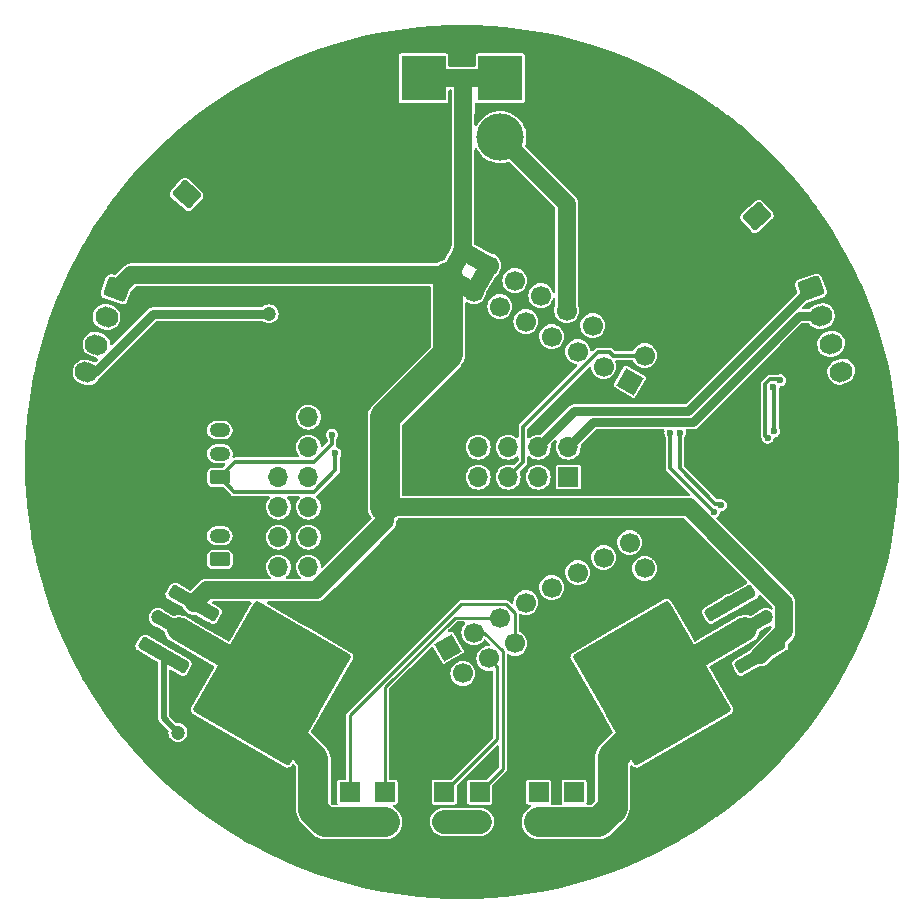
<source format=gbr>
%TF.GenerationSoftware,KiCad,Pcbnew,8.0.1-rc1*%
%TF.CreationDate,2024-04-17T17:45:35-07:00*%
%TF.ProjectId,Toolhead Board Breakout,546f6f6c-6865-4616-9420-426f61726420,rev?*%
%TF.SameCoordinates,Original*%
%TF.FileFunction,Copper,L2,Bot*%
%TF.FilePolarity,Positive*%
%FSLAX46Y46*%
G04 Gerber Fmt 4.6, Leading zero omitted, Abs format (unit mm)*
G04 Created by KiCad (PCBNEW 8.0.1-rc1) date 2024-04-17 17:45:35*
%MOMM*%
%LPD*%
G01*
G04 APERTURE LIST*
G04 Aperture macros list*
%AMRoundRect*
0 Rectangle with rounded corners*
0 $1 Rounding radius*
0 $2 $3 $4 $5 $6 $7 $8 $9 X,Y pos of 4 corners*
0 Add a 4 corners polygon primitive as box body*
4,1,4,$2,$3,$4,$5,$6,$7,$8,$9,$2,$3,0*
0 Add four circle primitives for the rounded corners*
1,1,$1+$1,$2,$3*
1,1,$1+$1,$4,$5*
1,1,$1+$1,$6,$7*
1,1,$1+$1,$8,$9*
0 Add four rect primitives between the rounded corners*
20,1,$1+$1,$2,$3,$4,$5,0*
20,1,$1+$1,$4,$5,$6,$7,0*
20,1,$1+$1,$6,$7,$8,$9,0*
20,1,$1+$1,$8,$9,$2,$3,0*%
%AMHorizOval*
0 Thick line with rounded ends*
0 $1 width*
0 $2 $3 position (X,Y) of the first rounded end (center of the circle)*
0 $4 $5 position (X,Y) of the second rounded end (center of the circle)*
0 Add line between two ends*
20,1,$1,$2,$3,$4,$5,0*
0 Add two circle primitives to create the rounded ends*
1,1,$1,$2,$3*
1,1,$1,$4,$5*%
%AMRotRect*
0 Rectangle, with rotation*
0 The origin of the aperture is its center*
0 $1 length*
0 $2 width*
0 $3 Rotation angle, in degrees counterclockwise*
0 Add horizontal line*
21,1,$1,$2,0,0,$3*%
G04 Aperture macros list end*
%TA.AperFunction,ComponentPad*%
%ADD10C,5.600000*%
%TD*%
%TA.AperFunction,ComponentPad*%
%ADD11RoundRect,0.250000X0.625000X-0.350000X0.625000X0.350000X-0.625000X0.350000X-0.625000X-0.350000X0*%
%TD*%
%TA.AperFunction,ComponentPad*%
%ADD12O,1.750000X1.200000*%
%TD*%
%TA.AperFunction,ComponentPad*%
%ADD13RoundRect,0.250000X-0.155880X0.947735X-0.958837X0.055961X0.155880X-0.947735X0.958837X-0.055961X0*%
%TD*%
%TA.AperFunction,ComponentPad*%
%ADD14HorizOval,1.700000X-0.111472X0.100370X0.111472X-0.100370X0*%
%TD*%
%TA.AperFunction,ComponentPad*%
%ADD15R,3.800000X3.800000*%
%TD*%
%TA.AperFunction,ComponentPad*%
%ADD16C,4.000000*%
%TD*%
%TA.AperFunction,ComponentPad*%
%ADD17RoundRect,0.250000X-0.886489X0.315851X-0.476065X-0.811780X0.886489X-0.315851X0.476065X0.811780X0*%
%TD*%
%TA.AperFunction,ComponentPad*%
%ADD18HorizOval,1.700000X-0.117462X-0.042753X0.117462X0.042753X0*%
%TD*%
%TA.AperFunction,ComponentPad*%
%ADD19R,1.700000X1.700000*%
%TD*%
%TA.AperFunction,ComponentPad*%
%ADD20O,1.700000X1.700000*%
%TD*%
%TA.AperFunction,ComponentPad*%
%ADD21RoundRect,0.250000X0.958837X0.055961X0.155880X0.947735X-0.958837X-0.055961X-0.155880X-0.947735X0*%
%TD*%
%TA.AperFunction,ComponentPad*%
%ADD22HorizOval,1.700000X0.111472X0.100370X-0.111472X-0.100370X0*%
%TD*%
%TA.AperFunction,ComponentPad*%
%ADD23RoundRect,0.250000X-0.476065X0.811780X-0.886489X-0.315851X0.476065X-0.811780X0.886489X0.315851X0*%
%TD*%
%TA.AperFunction,ComponentPad*%
%ADD24HorizOval,1.700000X-0.117462X0.042753X0.117462X-0.042753X0*%
%TD*%
%TA.AperFunction,SMDPad,CuDef*%
%ADD25RoundRect,0.250000X1.625352X1.284808X-1.925352X-0.765192X-1.625352X-1.284808X1.925352X0.765192X0*%
%TD*%
%TA.AperFunction,SMDPad,CuDef*%
%ADD26RoundRect,0.250000X0.566201X3.069310X-2.941201X1.044310X-0.566201X-3.069310X2.941201X-1.044310X0*%
%TD*%
%TA.AperFunction,SMDPad,CuDef*%
%ADD27RoundRect,0.250002X1.278812X6.685028X-6.428810X2.235030X-1.278812X-6.685028X6.428810X-2.235030X0*%
%TD*%
%TA.AperFunction,SMDPad,CuDef*%
%ADD28RoundRect,0.250000X-1.925352X0.765192X1.625352X-1.284808X1.925352X-0.765192X-1.625352X1.284808X0*%
%TD*%
%TA.AperFunction,SMDPad,CuDef*%
%ADD29RoundRect,0.250000X-2.941201X-1.044310X0.566201X-3.069310X2.941201X1.044310X-0.566201X3.069310X0*%
%TD*%
%TA.AperFunction,SMDPad,CuDef*%
%ADD30RoundRect,0.250002X-6.428810X-2.235030X1.278812X-6.685028X6.428810X2.235030X-1.278812X6.685028X0*%
%TD*%
%TA.AperFunction,ComponentPad*%
%ADD31RotRect,1.700000X1.700000X60.000000*%
%TD*%
%TA.AperFunction,ComponentPad*%
%ADD32HorizOval,1.700000X0.000000X0.000000X0.000000X0.000000X0*%
%TD*%
%TA.AperFunction,ComponentPad*%
%ADD33RotRect,1.700000X1.700000X300.000000*%
%TD*%
%TA.AperFunction,ComponentPad*%
%ADD34HorizOval,1.700000X0.000000X0.000000X0.000000X0.000000X0*%
%TD*%
%TA.AperFunction,ViaPad*%
%ADD35C,1.200000*%
%TD*%
%TA.AperFunction,ViaPad*%
%ADD36C,0.600000*%
%TD*%
%TA.AperFunction,Conductor*%
%ADD37C,0.350000*%
%TD*%
%TA.AperFunction,Conductor*%
%ADD38C,2.000000*%
%TD*%
%TA.AperFunction,Conductor*%
%ADD39C,1.500000*%
%TD*%
%TA.AperFunction,Conductor*%
%ADD40C,2.500000*%
%TD*%
%TA.AperFunction,Conductor*%
%ADD41C,0.750000*%
%TD*%
%TA.AperFunction,Conductor*%
%ADD42C,0.250000*%
%TD*%
%TA.AperFunction,Conductor*%
%ADD43C,0.500000*%
%TD*%
G04 APERTURE END LIST*
D10*
%TO.P,H1,1,1*%
%TO.N,GND*%
X68000000Y-87124356D03*
%TD*%
%TO.P,H1,1,1*%
%TO.N,GND*%
X68000000Y-62875644D03*
%TD*%
D11*
%TO.P,J13,1,Pin_1*%
%TO.N,CAN_H*%
X54500000Y-83250000D03*
D12*
%TO.P,J13,2,Pin_2*%
%TO.N,CAN_L*%
X54500000Y-81250000D03*
%TD*%
D10*
%TO.P,H2,1,1*%
%TO.N,GND*%
X92000000Y-45555136D03*
%TD*%
D13*
%TO.P,J18,1,Pin_1*%
%TO.N,THERM1*%
X51702786Y-52341053D03*
D14*
%TO.P,J18,2,Pin_2*%
%TO.N,GND*%
X50029959Y-54198915D03*
%TD*%
D15*
%TO.P,J15,1,Pin_1*%
%TO.N,+24V*%
X71750000Y-42500001D03*
D16*
%TO.P,J15,2,Pin_2*%
%TO.N,GND*%
X71750000Y-47500001D03*
%TD*%
D17*
%TO.P,J6,1,Pin_1*%
%TO.N,OA1*%
X104544950Y-60300769D03*
D18*
%TO.P,J6,2,Pin_2*%
%TO.N,OA2*%
X105400000Y-62650001D03*
%TO.P,J6,3,Pin_3*%
%TO.N,OB1*%
X106255051Y-64999232D03*
%TO.P,J6,4,Pin_4*%
%TO.N,OB2*%
X107110101Y-67348464D03*
%TD*%
D19*
%TO.P,J11,1,Pin_1*%
%TO.N,SERVO5*%
X68500002Y-102950000D03*
D20*
%TO.P,J11,2,Pin_2*%
%TO.N,5VB*%
X68500002Y-105490000D03*
%TO.P,J11,3,Pin_3*%
%TO.N,GND*%
X68500002Y-108030000D03*
%TD*%
D10*
%TO.P,H2,1,1*%
%TO.N,GND*%
X58000000Y-45555136D03*
%TD*%
D11*
%TO.P,J14,1,Pin_1*%
%TO.N,+3.3V*%
X54500000Y-76290000D03*
D12*
%TO.P,J14,2,Pin_2*%
%TO.N,SDA*%
X54500000Y-74290000D03*
%TO.P,J14,3,Pin_3*%
%TO.N,SCL*%
X54500000Y-72290000D03*
%TO.P,J14,4,Pin_4*%
%TO.N,GND*%
X54500000Y-70290000D03*
%TD*%
D10*
%TO.P,H2,1,1*%
%TO.N,GND*%
X41000000Y-75000000D03*
%TD*%
D21*
%TO.P,J17,1,Pin_1*%
%TO.N,THERM0*%
X99970042Y-54198915D03*
D22*
%TO.P,J17,2,Pin_2*%
%TO.N,GND*%
X98297215Y-52341053D03*
%TD*%
D10*
%TO.P,H2,1,1*%
%TO.N,GND*%
X92000000Y-104444864D03*
%TD*%
D19*
%TO.P,J9,1,Pin_1*%
%TO.N,SERVO3*%
X76500000Y-102949999D03*
D20*
%TO.P,J9,2,Pin_2*%
%TO.N,+5V*%
X76500000Y-105489999D03*
%TO.P,J9,3,Pin_3*%
%TO.N,GND*%
X76500000Y-108029999D03*
%TD*%
D23*
%TO.P,J22,1,Pin_1*%
%TO.N,+24V*%
X45766059Y-60369049D03*
D24*
%TO.P,J22,2,Pin_2*%
%TO.N,24V_PWM1*%
X44911009Y-62718281D03*
%TO.P,J22,3,Pin_3*%
%TO.N,24V_PWM2*%
X44055958Y-65067512D03*
%TO.P,J22,4,Pin_4*%
%TO.N,24V_PWM3*%
X43200908Y-67416744D03*
%TD*%
D10*
%TO.P,H2,1,1*%
%TO.N,GND*%
X109000000Y-75000000D03*
%TD*%
D19*
%TO.P,J10,1,Pin_1*%
%TO.N,SERVO4*%
X73500001Y-102949999D03*
D20*
%TO.P,J10,2,Pin_2*%
%TO.N,+5V*%
X73500001Y-105489999D03*
%TO.P,J10,3,Pin_3*%
%TO.N,GND*%
X73500001Y-108029999D03*
%TD*%
D10*
%TO.P,H2,1,1*%
%TO.N,GND*%
X58000000Y-104444864D03*
%TD*%
%TO.P,H1,1,1*%
%TO.N,GND*%
X89000000Y-75000000D03*
%TD*%
D19*
%TO.P,J7,1,Pin_1*%
%TO.N,SERVO1*%
X84500000Y-102949999D03*
D20*
%TO.P,J7,2,Pin_2*%
%TO.N,5VA*%
X84500000Y-105489999D03*
%TO.P,J7,3,Pin_3*%
%TO.N,GND*%
X84500000Y-108029999D03*
%TD*%
D19*
%TO.P,J8,1,Pin_1*%
%TO.N,SERVO2*%
X81500000Y-102949999D03*
D20*
%TO.P,J8,2,Pin_2*%
%TO.N,5VA*%
X81500000Y-105489999D03*
%TO.P,J8,3,Pin_3*%
%TO.N,GND*%
X81500000Y-108029999D03*
%TD*%
D19*
%TO.P,J12,1,Pin_1*%
%TO.N,SERVO6*%
X65500000Y-102949999D03*
D20*
%TO.P,J12,2,Pin_2*%
%TO.N,5VB*%
X65500000Y-105489999D03*
%TO.P,J12,3,Pin_3*%
%TO.N,GND*%
X65500000Y-108029999D03*
%TD*%
D15*
%TO.P,J21,1,Pin_1*%
%TO.N,+24V*%
X78250001Y-42500001D03*
D16*
%TO.P,J21,2,Pin_2*%
%TO.N,24V_PWM0*%
X78250001Y-47500001D03*
%TD*%
D25*
%TO.P,U1,1,GND*%
%TO.N,Net-(U1-GND)*%
X97721553Y-86958790D03*
%TO.P,U1,2,VO*%
%TO.N,5VA*%
X98991553Y-89158495D03*
D26*
X94555032Y-94924215D03*
X91780032Y-90117775D03*
D27*
X91067421Y-93733495D03*
D26*
X90354809Y-97349215D03*
X87579809Y-92542775D03*
D25*
%TO.P,U1,3,VI*%
%TO.N,+24V*%
X100261552Y-91358200D03*
%TD*%
D28*
%TO.P,U2,1,GND*%
%TO.N,Net-(U2-GND)*%
X49738448Y-91358200D03*
%TO.P,U2,2,VO*%
%TO.N,5VB*%
X51008447Y-89158495D03*
D29*
X55444968Y-94924215D03*
X58219968Y-90117775D03*
D30*
X58932579Y-93733495D03*
D29*
X62420191Y-92542775D03*
X59645191Y-97349215D03*
D28*
%TO.P,U2,3,VI*%
%TO.N,+24V*%
X52278447Y-86958790D03*
%TD*%
D19*
%TO.P,J1,1,Pin_1*%
%TO.N,GND*%
X62000000Y-66110000D03*
D20*
%TO.P,J1,2,Pin_2*%
X59460000Y-66110000D03*
%TO.P,J1,3,Pin_3*%
X62000000Y-68650000D03*
%TO.P,J1,4,Pin_4*%
X59460000Y-68650000D03*
%TO.P,J1,5,Pin_5*%
%TO.N,+5V*%
X62000000Y-71190000D03*
%TO.P,J1,6,Pin_6*%
%TO.N,GND*%
X59460000Y-71190000D03*
%TO.P,J1,7,Pin_7*%
%TO.N,+5V*%
X62000000Y-73730000D03*
%TO.P,J1,8,Pin_8*%
%TO.N,GND*%
X59460000Y-73730000D03*
%TO.P,J1,9,Pin_9*%
%TO.N,D1*%
X62000000Y-76270000D03*
%TO.P,J1,10,Pin_10*%
%TO.N,D20*%
X59460000Y-76270000D03*
%TO.P,J1,11,Pin_11*%
%TO.N,D21*%
X62000000Y-78810000D03*
%TO.P,J1,12,Pin_12*%
%TO.N,D24*%
X59460000Y-78810000D03*
%TO.P,J1,13,Pin_13*%
%TO.N,SCL*%
X62000000Y-81350000D03*
%TO.P,J1,14,Pin_14*%
%TO.N,SDA*%
X59460000Y-81350000D03*
%TO.P,J1,15,Pin_15*%
%TO.N,CAN_L*%
X62000000Y-83890000D03*
%TO.P,J1,16,Pin_16*%
%TO.N,CAN_H*%
X59460000Y-83890000D03*
%TD*%
D19*
%TO.P,J5,1,Pin_1*%
%TO.N,OB1*%
X84000000Y-76270000D03*
D20*
%TO.P,J5,2,Pin_2*%
%TO.N,OA2*%
X84000000Y-73730000D03*
%TO.P,J5,3,Pin_3*%
%TO.N,OB2*%
X81460000Y-76270000D03*
%TO.P,J5,4,Pin_4*%
%TO.N,OA1*%
X81460000Y-73730000D03*
%TO.P,J5,5,Pin_5*%
%TO.N,+5V*%
X78920000Y-76270000D03*
%TO.P,J5,6,Pin_6*%
%TO.N,+3.3V*%
X78920000Y-73730000D03*
%TO.P,J5,7,Pin_7*%
%TO.N,+5V*%
X76380000Y-76270000D03*
%TO.P,J5,8,Pin_8*%
%TO.N,+3.3V*%
X76380000Y-73730000D03*
%TD*%
D31*
%TO.P,J2,1,Pin_1*%
%TO.N,SERVO1*%
X89198966Y-68186670D03*
D32*
%TO.P,J2,2,Pin_2*%
%TO.N,+5V*%
X90468966Y-65986965D03*
%TO.P,J2,3,Pin_3*%
%TO.N,SERVO2*%
X86999261Y-66916670D03*
%TO.P,J2,4,Pin_4*%
%TO.N,GND*%
X88269261Y-64716965D03*
%TO.P,J2,5,Pin_5*%
%TO.N,24V_PWM2*%
X84799557Y-65646670D03*
%TO.P,J2,6,Pin_6*%
%TO.N,24V_PWM0*%
X86069557Y-63446965D03*
%TO.P,J2,7,Pin_7*%
%TO.N,24V_PWM2*%
X82599852Y-64376670D03*
%TO.P,J2,8,Pin_8*%
%TO.N,24V_PWM0*%
X83869852Y-62176965D03*
%TO.P,J2,9,Pin_9*%
%TO.N,24V_PWM3*%
X80400148Y-63106670D03*
%TO.P,J2,10,Pin_10*%
%TO.N,24V_PWM1*%
X81670148Y-60906965D03*
%TO.P,J2,11,Pin_11*%
%TO.N,24V_PWM3*%
X78200443Y-61836670D03*
%TO.P,J2,12,Pin_12*%
%TO.N,24V_PWM1*%
X79470443Y-59636965D03*
%TO.P,J2,13,Pin_13*%
%TO.N,+24V*%
X76000739Y-60566670D03*
%TO.P,J2,14,Pin_14*%
X77270739Y-58366965D03*
%TO.P,J2,15,Pin_15*%
X73801034Y-59296670D03*
%TO.P,J2,16,Pin_16*%
X75071033Y-57096965D03*
%TD*%
D33*
%TO.P,J3,1,Pin_1*%
%TO.N,ADC1*%
X73801034Y-90703330D03*
D34*
%TO.P,J3,2,Pin_2*%
%TO.N,ADC0*%
X75071034Y-92903035D03*
%TO.P,J3,3,Pin_3*%
%TO.N,SERVO3*%
X76000739Y-89433330D03*
%TO.P,J3,4,Pin_4*%
%TO.N,SERVO4*%
X77270739Y-91633035D03*
%TO.P,J3,5,Pin_5*%
%TO.N,SERVO5*%
X78200443Y-88163330D03*
%TO.P,J3,6,Pin_6*%
%TO.N,SERVO6*%
X79470443Y-90363035D03*
%TO.P,J3,7,Pin_7*%
%TO.N,+5V*%
X80400148Y-86893330D03*
%TO.P,J3,8,Pin_8*%
%TO.N,GND*%
X81670148Y-89093035D03*
%TO.P,J3,9,Pin_9*%
%TO.N,+5V*%
X82599852Y-85623330D03*
%TO.P,J3,10,Pin_10*%
%TO.N,GND*%
X83869852Y-87823035D03*
%TO.P,J3,11,Pin_11*%
%TO.N,+3.3V*%
X84799557Y-84353330D03*
%TO.P,J3,12,Pin_12*%
%TO.N,GND*%
X86069557Y-86553035D03*
%TO.P,J3,13,Pin_13*%
%TO.N,+3.3V*%
X86999261Y-83083330D03*
%TO.P,J3,14,Pin_14*%
%TO.N,GND*%
X88269261Y-85283035D03*
%TO.P,J3,15,Pin_15*%
%TO.N,THERM0*%
X89198966Y-81813330D03*
%TO.P,J3,16,Pin_16*%
%TO.N,THERM1*%
X90468966Y-84013035D03*
%TD*%
D19*
%TO.P,J4,1,Pin_1*%
%TO.N,+24V*%
X68500000Y-71190000D03*
D20*
%TO.P,J4,2,Pin_2*%
%TO.N,GND*%
X65960000Y-71190000D03*
%TO.P,J4,3,Pin_3*%
%TO.N,+24V*%
X68500000Y-73730000D03*
%TO.P,J4,4,Pin_4*%
%TO.N,GND*%
X65960000Y-73730000D03*
%TO.P,J4,5,Pin_5*%
%TO.N,+24V*%
X68500000Y-76270000D03*
%TO.P,J4,6,Pin_6*%
%TO.N,GND*%
X65960000Y-76270000D03*
%TO.P,J4,7,Pin_7*%
%TO.N,+24V*%
X68500000Y-78810000D03*
%TO.P,J4,8,Pin_8*%
%TO.N,GND*%
X65960000Y-78810000D03*
%TD*%
D35*
%TO.N,+24V*%
X100261553Y-91358200D03*
X52278447Y-86958791D03*
%TO.N,24V_PWM3*%
X58675851Y-62455851D03*
D36*
%TO.N,SERVO2*%
X96354613Y-79213022D03*
X92634206Y-72505794D03*
%TO.N,SERVO1*%
X96920302Y-78647337D03*
X93460000Y-72500000D03*
%TO.N,THERM1*%
X101443297Y-72391926D03*
X101368422Y-68648423D03*
%TO.N,+3.3V*%
X64291676Y-74248324D03*
X64000000Y-72690000D03*
%TO.N,THERM0*%
X101934109Y-68082736D03*
X100877610Y-72957613D03*
D35*
%TO.N,Net-(U1-GND)*%
X97640000Y-86950000D03*
%TO.N,5VA*%
X94555032Y-94924215D03*
X100723604Y-88158495D03*
X91780032Y-90117775D03*
X90354809Y-97349215D03*
X87579809Y-92542775D03*
%TO.N,5VB*%
X49276396Y-88158495D03*
X55444968Y-94924216D03*
X59645191Y-97349215D03*
X58219967Y-90117775D03*
X62420190Y-92542775D03*
%TO.N,Net-(U2-GND)*%
X50953645Y-97901153D03*
%TD*%
D37*
%TO.N,+5V*%
X87801968Y-65986965D02*
X87506673Y-65691670D01*
X80170000Y-75020000D02*
X78920000Y-76270000D01*
X86486969Y-65691670D02*
X80170000Y-72008639D01*
X80170000Y-72008639D02*
X80170000Y-75020000D01*
X87506673Y-65691670D02*
X86486969Y-65691670D01*
D38*
X76500000Y-105459999D02*
X73500001Y-105459999D01*
D37*
X90468966Y-65986965D02*
X87801968Y-65986965D01*
D39*
%TO.N,+24V*%
X75120000Y-42500000D02*
X71750000Y-42500001D01*
X76000739Y-60566670D02*
X73801034Y-59296670D01*
X102273604Y-86899781D02*
X102273604Y-89346148D01*
X68500000Y-80012081D02*
X62666333Y-85845748D01*
X68500000Y-78810000D02*
X94183823Y-78810000D01*
X77270739Y-58366965D02*
X76000739Y-60566670D01*
X75120000Y-42500000D02*
X78250001Y-42500001D01*
X68500000Y-78810000D02*
X68500000Y-80012081D01*
X73630008Y-59125644D02*
X73801034Y-59296670D01*
X45766059Y-60369049D02*
X47009464Y-59125644D01*
D40*
X68500000Y-71190000D02*
X68500000Y-78810000D01*
D39*
X75071033Y-57096965D02*
X77270739Y-58366965D01*
X102273604Y-89346148D02*
X100261552Y-91358200D01*
X73801034Y-59296670D02*
X75071033Y-57096965D01*
X94183823Y-78810000D02*
X102273604Y-86899781D01*
D40*
X73801034Y-65888966D02*
X73801034Y-59296670D01*
D39*
X62666333Y-85845748D02*
X53391491Y-85845748D01*
X47009464Y-59125644D02*
X73630008Y-59125644D01*
X53391491Y-85845748D02*
X52278448Y-86958791D01*
D40*
X68500000Y-71190000D02*
X73801034Y-65888966D01*
D39*
X75071033Y-57096965D02*
X75120000Y-42500000D01*
D41*
%TO.N,24V_PWM3*%
X43911457Y-67416743D02*
X43200908Y-67416743D01*
X58675851Y-62455851D02*
X48872349Y-62455851D01*
X48872349Y-62455851D02*
X43911457Y-67416743D01*
D37*
%TO.N,SERVO2*%
X92634206Y-75492615D02*
X96354613Y-79213022D01*
X92634206Y-72505794D02*
X92634206Y-75492615D01*
%TO.N,SERVO1*%
X96457431Y-78538022D02*
X96810987Y-78538022D01*
X96810987Y-78538022D02*
X96920302Y-78647337D01*
X93460000Y-72500000D02*
X93460000Y-75540591D01*
X93460000Y-75540591D02*
X96457431Y-78538022D01*
D39*
%TO.N,24V_PWM0*%
X83869852Y-53119852D02*
X78250001Y-47500001D01*
X83869852Y-62176965D02*
X83869852Y-53119852D01*
D42*
%TO.N,SERVO4*%
X77995739Y-98454261D02*
X73500001Y-102949999D01*
X77995739Y-92358035D02*
X77995739Y-98454261D01*
X77270739Y-91633035D02*
X77995739Y-92358035D01*
D37*
%TO.N,THERM1*%
X101443297Y-68723298D02*
X101368422Y-68648423D01*
X101443297Y-72391926D02*
X101443297Y-68723298D01*
%TO.N,+3.3V*%
X64291676Y-75710736D02*
X62507412Y-77495000D01*
X64291676Y-74248324D02*
X64291676Y-75710736D01*
X62507412Y-77495000D02*
X55705000Y-77495000D01*
X64000000Y-73462412D02*
X64000000Y-72690000D01*
X62482412Y-74980000D02*
X64000000Y-73462412D01*
X55810000Y-74980000D02*
X62482412Y-74980000D01*
X55705000Y-77495000D02*
X54500000Y-76290000D01*
X54500000Y-76290000D02*
X55810000Y-74980000D01*
D42*
%TO.N,SERVO6*%
X78687144Y-86988330D02*
X74947774Y-86988330D01*
X79470443Y-90363035D02*
X79470443Y-87771629D01*
X79470443Y-87771629D02*
X78687144Y-86988330D01*
X65500000Y-96436104D02*
X65500000Y-102949999D01*
X74947774Y-86988330D02*
X65500000Y-96436104D01*
D37*
%TO.N,THERM0*%
X100877610Y-72957613D02*
X100693422Y-72773425D01*
X100693422Y-72773425D02*
X100693422Y-68368828D01*
X101824796Y-67973423D02*
X101934109Y-68082736D01*
X100693422Y-68368828D02*
X101088827Y-67973423D01*
X101088827Y-67973423D02*
X101824796Y-67973423D01*
D42*
%TO.N,SERVO5*%
X68500002Y-94072498D02*
X68500002Y-102950000D01*
X74409170Y-88163330D02*
X68500002Y-94072498D01*
X78200443Y-88163330D02*
X74409170Y-88163330D01*
%TO.N,SERVO3*%
X78445739Y-101004260D02*
X76500000Y-102949999D01*
X76879037Y-89433330D02*
X78445739Y-91000032D01*
X78445739Y-91000032D02*
X78445739Y-101004260D01*
X76000739Y-89433330D02*
X76879037Y-89433330D01*
D41*
%TO.N,OA2*%
X84000000Y-73730000D02*
X86105000Y-71625000D01*
X86105000Y-71625000D02*
X94564221Y-71625000D01*
X103539221Y-62650000D02*
X105400000Y-62650000D01*
X94564221Y-71625000D02*
X103539221Y-62650000D01*
%TO.N,OA1*%
X81460000Y-73730000D02*
X84515000Y-70675000D01*
X94170719Y-70675000D02*
X104544950Y-60300769D01*
X84515000Y-70675000D02*
X94170719Y-70675000D01*
D40*
%TO.N,5VA*%
X84500000Y-105489999D02*
X86560000Y-105489999D01*
X86560000Y-105489999D02*
X87750000Y-104299999D01*
X87750000Y-99954024D02*
X90354809Y-97349215D01*
D38*
X98991553Y-89158495D02*
X91067421Y-93733495D01*
D40*
X87750000Y-104299999D02*
X87750000Y-99954024D01*
X81500000Y-105489999D02*
X84500000Y-105489999D01*
%TO.N,5VB*%
X65500000Y-105489999D02*
X63440000Y-105489999D01*
X62430000Y-104479999D02*
X62430000Y-100134024D01*
X68500002Y-105490000D02*
X65500000Y-105489999D01*
D38*
X51008447Y-89158495D02*
X58932579Y-93733495D01*
D40*
X63440000Y-105489999D02*
X62430000Y-104479999D01*
X62430000Y-100134024D02*
X59645191Y-97349215D01*
D43*
%TO.N,Net-(U2-GND)*%
X49738446Y-91358200D02*
X49738446Y-96685954D01*
X49738446Y-96685954D02*
X50953645Y-97901153D01*
%TD*%
%TA.AperFunction,Conductor*%
%TO.N,GND*%
G36*
X76208564Y-38020276D02*
G01*
X76212568Y-38020407D01*
X77417896Y-38079621D01*
X77421902Y-38079884D01*
X78624541Y-38178495D01*
X78628573Y-38178891D01*
X79827419Y-38316807D01*
X79831401Y-38317332D01*
X81025090Y-38494399D01*
X81029006Y-38495045D01*
X82216283Y-38711078D01*
X82220210Y-38711859D01*
X83360830Y-38958210D01*
X83399717Y-38966609D01*
X83403670Y-38967530D01*
X84574212Y-39260735D01*
X84578100Y-39261776D01*
X85738463Y-39593136D01*
X85742299Y-39594300D01*
X86891205Y-39963450D01*
X86895015Y-39964744D01*
X88031183Y-40371271D01*
X88034920Y-40372678D01*
X89157211Y-40816174D01*
X89160956Y-40817725D01*
X90268120Y-41297698D01*
X90271729Y-41299333D01*
X91362651Y-41815301D01*
X91366261Y-41817082D01*
X92439654Y-42368434D01*
X92443201Y-42370330D01*
X93497996Y-42956518D01*
X93501479Y-42958529D01*
X94529163Y-43574500D01*
X94536486Y-43578889D01*
X94539931Y-43581031D01*
X95554141Y-44234957D01*
X95557496Y-44237199D01*
X96549694Y-44923909D01*
X96552980Y-44926263D01*
X97448227Y-45590224D01*
X97522237Y-45645113D01*
X97525443Y-45647573D01*
X98168007Y-46157548D01*
X98470654Y-46397746D01*
X98473790Y-46400320D01*
X98584390Y-46494157D01*
X99393921Y-47180993D01*
X99396971Y-47183668D01*
X100063583Y-47787850D01*
X100291065Y-47994027D01*
X100294021Y-47996795D01*
X101161168Y-48836020D01*
X101163979Y-48838831D01*
X102002472Y-49705222D01*
X102003198Y-49705972D01*
X102005972Y-49708934D01*
X102816331Y-50603028D01*
X102819006Y-50606078D01*
X103599678Y-51526208D01*
X103602253Y-51529345D01*
X104352416Y-52474543D01*
X104354882Y-52477757D01*
X104675020Y-52909413D01*
X105073727Y-53447006D01*
X105076089Y-53450303D01*
X105762057Y-54441430D01*
X105762787Y-54442484D01*
X105765042Y-54445858D01*
X106418968Y-55460068D01*
X106421110Y-55463513D01*
X107041461Y-56498505D01*
X107043490Y-56502019D01*
X107629660Y-57556782D01*
X107631573Y-57560361D01*
X108182910Y-58633724D01*
X108184705Y-58637363D01*
X108272386Y-58822749D01*
X108630610Y-59580150D01*
X108700646Y-59728227D01*
X108702313Y-59731908D01*
X108836275Y-60040921D01*
X109182272Y-60839039D01*
X109183825Y-60842788D01*
X109627310Y-61965049D01*
X109628739Y-61968847D01*
X110035249Y-63104968D01*
X110036554Y-63108810D01*
X110405692Y-64257677D01*
X110406870Y-64261560D01*
X110738218Y-65421883D01*
X110739268Y-65425803D01*
X111032469Y-66596331D01*
X111033390Y-66600282D01*
X111288134Y-67779762D01*
X111288926Y-67783742D01*
X111504946Y-68970949D01*
X111505607Y-68974952D01*
X111682664Y-70168577D01*
X111683194Y-70172600D01*
X111821107Y-71371423D01*
X111821504Y-71375462D01*
X111920113Y-72578075D01*
X111920379Y-72582124D01*
X111979591Y-73787406D01*
X111979723Y-73791461D01*
X111999466Y-74997971D01*
X111999466Y-75002029D01*
X111979723Y-76208538D01*
X111979591Y-76212593D01*
X111920379Y-77417875D01*
X111920113Y-77421924D01*
X111821504Y-78624537D01*
X111821107Y-78628576D01*
X111683194Y-79827399D01*
X111682664Y-79831422D01*
X111505607Y-81025047D01*
X111504946Y-81029050D01*
X111288926Y-82216257D01*
X111288134Y-82220237D01*
X111033390Y-83399717D01*
X111032469Y-83403668D01*
X110739268Y-84574196D01*
X110738218Y-84578116D01*
X110406870Y-85738439D01*
X110405692Y-85742322D01*
X110036554Y-86891189D01*
X110035249Y-86895031D01*
X109628739Y-88031152D01*
X109627310Y-88034950D01*
X109183825Y-89157211D01*
X109182272Y-89160960D01*
X108702320Y-90268076D01*
X108700646Y-90271772D01*
X108184705Y-91362636D01*
X108182910Y-91366275D01*
X107631573Y-92439638D01*
X107629660Y-92443217D01*
X107043490Y-93497980D01*
X107041461Y-93501494D01*
X106421110Y-94536486D01*
X106418968Y-94539931D01*
X105765042Y-95554141D01*
X105762787Y-95557515D01*
X105076090Y-96549694D01*
X105073727Y-96552993D01*
X104354886Y-97522237D01*
X104352416Y-97525456D01*
X103602253Y-98470654D01*
X103599678Y-98473791D01*
X102819006Y-99393921D01*
X102816331Y-99396971D01*
X102005972Y-100291065D01*
X102003198Y-100294027D01*
X101164008Y-101161139D01*
X101161139Y-101164008D01*
X100294027Y-102003198D01*
X100291065Y-102005972D01*
X99396971Y-102816331D01*
X99393921Y-102819006D01*
X98473791Y-103599678D01*
X98470654Y-103602253D01*
X97525456Y-104352416D01*
X97522237Y-104354886D01*
X96552993Y-105073727D01*
X96549694Y-105076090D01*
X95557515Y-105762787D01*
X95554141Y-105765042D01*
X94539931Y-106418968D01*
X94536486Y-106421110D01*
X93501494Y-107041461D01*
X93497980Y-107043490D01*
X92443217Y-107629660D01*
X92439638Y-107631573D01*
X91366275Y-108182910D01*
X91362636Y-108184705D01*
X90271772Y-108700646D01*
X90268076Y-108702320D01*
X89160960Y-109182272D01*
X89157211Y-109183825D01*
X88034950Y-109627310D01*
X88031152Y-109628739D01*
X86895031Y-110035249D01*
X86891189Y-110036554D01*
X85742322Y-110405692D01*
X85738439Y-110406870D01*
X84578116Y-110738218D01*
X84574196Y-110739268D01*
X83403668Y-111032469D01*
X83399717Y-111033390D01*
X82220237Y-111288134D01*
X82216257Y-111288926D01*
X81029050Y-111504946D01*
X81025047Y-111505607D01*
X79831422Y-111682664D01*
X79827399Y-111683194D01*
X78628576Y-111821107D01*
X78624537Y-111821504D01*
X77421924Y-111920113D01*
X77417875Y-111920379D01*
X76212593Y-111979591D01*
X76208538Y-111979723D01*
X75002029Y-111999466D01*
X74997971Y-111999466D01*
X73791461Y-111979723D01*
X73787406Y-111979591D01*
X72582124Y-111920379D01*
X72578075Y-111920113D01*
X71375462Y-111821504D01*
X71371423Y-111821107D01*
X70172600Y-111683194D01*
X70168577Y-111682664D01*
X68974952Y-111505607D01*
X68970949Y-111504946D01*
X67783742Y-111288926D01*
X67779762Y-111288134D01*
X66600282Y-111033390D01*
X66596331Y-111032469D01*
X65425803Y-110739268D01*
X65421883Y-110738218D01*
X64261560Y-110406870D01*
X64257677Y-110405692D01*
X63108810Y-110036554D01*
X63104968Y-110035249D01*
X61968847Y-109628739D01*
X61965049Y-109627310D01*
X60842788Y-109183825D01*
X60839039Y-109182272D01*
X60142384Y-108880261D01*
X59731908Y-108702313D01*
X59728243Y-108700653D01*
X58637363Y-108184705D01*
X58633724Y-108182910D01*
X57560361Y-107631573D01*
X57556782Y-107629660D01*
X56502019Y-107043490D01*
X56498505Y-107041461D01*
X55463513Y-106421110D01*
X55460068Y-106418968D01*
X54445858Y-105765042D01*
X54442484Y-105762787D01*
X54141517Y-105554485D01*
X53450303Y-105076089D01*
X53447006Y-105073727D01*
X53428803Y-105060227D01*
X52477757Y-104354882D01*
X52474543Y-104352416D01*
X52468288Y-104347452D01*
X51960637Y-103944551D01*
X51529345Y-103602253D01*
X51526208Y-103599678D01*
X50606078Y-102819006D01*
X50603028Y-102816331D01*
X50059279Y-102323506D01*
X49708929Y-102005967D01*
X49705972Y-102003198D01*
X49598823Y-101899499D01*
X48838831Y-101163979D01*
X48836020Y-101161168D01*
X47996795Y-100294021D01*
X47994027Y-100291065D01*
X47380700Y-99614363D01*
X47183668Y-99396971D01*
X47180993Y-99393921D01*
X46400321Y-98473791D01*
X46397746Y-98470654D01*
X46088020Y-98080402D01*
X45647573Y-97525443D01*
X45645113Y-97522237D01*
X45553633Y-97398891D01*
X44926263Y-96552980D01*
X44923909Y-96549694D01*
X44889066Y-96499351D01*
X44237199Y-95557496D01*
X44234957Y-95554141D01*
X43581031Y-94539931D01*
X43578889Y-94536486D01*
X42958529Y-93501479D01*
X42956509Y-93497980D01*
X42850369Y-93306991D01*
X42370330Y-92443201D01*
X42368426Y-92439638D01*
X42309167Y-92324271D01*
X41817082Y-91366261D01*
X41815294Y-91362636D01*
X41443229Y-90575972D01*
X47357825Y-90575972D01*
X47373030Y-90710922D01*
X47427336Y-90835392D01*
X47427336Y-90835393D01*
X47427337Y-90835394D01*
X47427338Y-90835396D01*
X47489787Y-90907963D01*
X47515921Y-90938331D01*
X47515924Y-90938334D01*
X47540841Y-90956013D01*
X47540859Y-90956025D01*
X48739767Y-91648214D01*
X49225946Y-91928909D01*
X49274162Y-91979476D01*
X49287946Y-92036296D01*
X49287946Y-96745262D01*
X49312158Y-96835626D01*
X49318646Y-96859839D01*
X49318646Y-96859840D01*
X49318647Y-96859841D01*
X49377957Y-96962568D01*
X49377959Y-96962570D01*
X50122913Y-97707524D01*
X50156398Y-97768847D01*
X50158452Y-97809087D01*
X50148080Y-97901148D01*
X50148080Y-97901156D01*
X50168275Y-98080402D01*
X50168276Y-98080407D01*
X50227856Y-98250676D01*
X50293881Y-98355753D01*
X50323829Y-98403415D01*
X50451383Y-98530969D01*
X50604123Y-98626942D01*
X50774390Y-98686521D01*
X50774395Y-98686522D01*
X50953641Y-98706718D01*
X50953645Y-98706718D01*
X50953649Y-98706718D01*
X51132894Y-98686522D01*
X51132897Y-98686521D01*
X51132900Y-98686521D01*
X51303167Y-98626942D01*
X51455907Y-98530969D01*
X51583461Y-98403415D01*
X51679434Y-98250675D01*
X51739013Y-98080408D01*
X51739014Y-98080402D01*
X51759210Y-97901156D01*
X51759210Y-97901149D01*
X51739014Y-97721903D01*
X51739013Y-97721898D01*
X51679433Y-97551629D01*
X51583460Y-97398890D01*
X51455907Y-97271337D01*
X51303168Y-97175364D01*
X51132899Y-97115784D01*
X51132894Y-97115783D01*
X50953649Y-97095588D01*
X50953641Y-97095588D01*
X50861579Y-97105960D01*
X50792758Y-97093905D01*
X50760016Y-97070421D01*
X50225265Y-96535670D01*
X50191780Y-96474347D01*
X50188946Y-96447989D01*
X50188946Y-92699671D01*
X50208631Y-92632632D01*
X50261435Y-92586877D01*
X50330593Y-92576933D01*
X50374944Y-92592283D01*
X50560945Y-92699671D01*
X51130946Y-93028762D01*
X51185546Y-93060285D01*
X51213329Y-93073030D01*
X51346765Y-93098278D01*
X51481715Y-93083073D01*
X51606188Y-93028765D01*
X51709123Y-92940182D01*
X51726812Y-92915253D01*
X52081078Y-92301647D01*
X52093822Y-92273864D01*
X52096274Y-92260908D01*
X52119070Y-92140427D01*
X52103865Y-92005477D01*
X52070459Y-91928909D01*
X52049558Y-91881004D01*
X51960975Y-91778069D01*
X51960974Y-91778068D01*
X51960971Y-91778065D01*
X51936054Y-91760386D01*
X51936036Y-91760374D01*
X48291358Y-89656119D01*
X48291353Y-89656116D01*
X48291350Y-89656115D01*
X48263567Y-89643370D01*
X48210490Y-89633327D01*
X48130129Y-89618121D01*
X47995181Y-89633326D01*
X47870709Y-89687634D01*
X47870704Y-89687637D01*
X47767770Y-89776220D01*
X47750090Y-89801137D01*
X47750085Y-89801144D01*
X47395820Y-90414749D01*
X47383072Y-90442539D01*
X47357825Y-90575972D01*
X41443229Y-90575972D01*
X41299333Y-90271729D01*
X41297698Y-90268120D01*
X40817725Y-89160956D01*
X40816174Y-89157211D01*
X40815611Y-89155786D01*
X40372678Y-88034920D01*
X40371271Y-88031183D01*
X39964744Y-86895015D01*
X39963445Y-86891189D01*
X39936127Y-86806167D01*
X39594300Y-85742299D01*
X39593129Y-85738439D01*
X39501450Y-85417396D01*
X39261776Y-84578100D01*
X39260731Y-84574196D01*
X39256990Y-84559262D01*
X39030302Y-83654269D01*
X53424500Y-83654269D01*
X53427353Y-83684699D01*
X53427353Y-83684701D01*
X53470184Y-83807101D01*
X53472207Y-83812882D01*
X53552850Y-83922150D01*
X53662118Y-84002793D01*
X53691388Y-84013035D01*
X53790299Y-84047646D01*
X53820730Y-84050500D01*
X53820734Y-84050500D01*
X55179270Y-84050500D01*
X55209699Y-84047646D01*
X55209701Y-84047646D01*
X55273790Y-84025219D01*
X55337882Y-84002793D01*
X55447150Y-83922150D01*
X55527793Y-83812882D01*
X55550219Y-83748790D01*
X55572646Y-83684701D01*
X55572646Y-83684699D01*
X55575500Y-83654269D01*
X55575500Y-82845730D01*
X55572646Y-82815300D01*
X55572646Y-82815298D01*
X55539006Y-82719163D01*
X55527793Y-82687118D01*
X55447150Y-82577850D01*
X55337882Y-82497207D01*
X55337880Y-82497206D01*
X55209700Y-82452353D01*
X55179270Y-82449500D01*
X55179266Y-82449500D01*
X53820734Y-82449500D01*
X53820730Y-82449500D01*
X53790300Y-82452353D01*
X53790298Y-82452353D01*
X53662119Y-82497206D01*
X53662117Y-82497207D01*
X53552850Y-82577850D01*
X53472207Y-82687117D01*
X53472206Y-82687119D01*
X53427353Y-82815298D01*
X53427353Y-82815300D01*
X53424500Y-82845730D01*
X53424500Y-83654269D01*
X39030302Y-83654269D01*
X38967530Y-83403668D01*
X38966609Y-83399717D01*
X38911291Y-83143590D01*
X38711859Y-82220210D01*
X38711073Y-82216257D01*
X38549603Y-81328846D01*
X53424500Y-81328846D01*
X53455261Y-81483489D01*
X53455264Y-81483501D01*
X53515602Y-81629172D01*
X53515609Y-81629185D01*
X53603210Y-81760288D01*
X53603213Y-81760292D01*
X53714707Y-81871786D01*
X53714711Y-81871789D01*
X53845814Y-81959390D01*
X53845827Y-81959397D01*
X53990356Y-82019262D01*
X53991503Y-82019737D01*
X54133736Y-82048029D01*
X54146153Y-82050499D01*
X54146156Y-82050500D01*
X54146158Y-82050500D01*
X54853844Y-82050500D01*
X54853845Y-82050499D01*
X55008497Y-82019737D01*
X55154179Y-81959394D01*
X55285289Y-81871789D01*
X55396789Y-81760289D01*
X55484394Y-81629179D01*
X55544737Y-81483497D01*
X55571291Y-81350000D01*
X58404417Y-81350000D01*
X58424699Y-81555932D01*
X58440311Y-81607397D01*
X58484768Y-81753954D01*
X58582315Y-81936450D01*
X58582317Y-81936452D01*
X58713589Y-82096410D01*
X58810209Y-82175702D01*
X58873550Y-82227685D01*
X59056046Y-82325232D01*
X59254066Y-82385300D01*
X59254065Y-82385300D01*
X59272529Y-82387118D01*
X59460000Y-82405583D01*
X59665934Y-82385300D01*
X59863954Y-82325232D01*
X60046450Y-82227685D01*
X60206410Y-82096410D01*
X60337685Y-81936450D01*
X60435232Y-81753954D01*
X60495300Y-81555934D01*
X60515583Y-81350000D01*
X60944417Y-81350000D01*
X60964699Y-81555932D01*
X60980311Y-81607397D01*
X61024768Y-81753954D01*
X61122315Y-81936450D01*
X61122317Y-81936452D01*
X61253589Y-82096410D01*
X61350209Y-82175702D01*
X61413550Y-82227685D01*
X61596046Y-82325232D01*
X61794066Y-82385300D01*
X61794065Y-82385300D01*
X61812529Y-82387118D01*
X62000000Y-82405583D01*
X62205934Y-82385300D01*
X62403954Y-82325232D01*
X62586450Y-82227685D01*
X62746410Y-82096410D01*
X62877685Y-81936450D01*
X62975232Y-81753954D01*
X63035300Y-81555934D01*
X63055583Y-81350000D01*
X63035300Y-81144066D01*
X62975232Y-80946046D01*
X62877685Y-80763550D01*
X62825702Y-80700209D01*
X62746410Y-80603589D01*
X62596136Y-80480264D01*
X62586450Y-80472315D01*
X62403954Y-80374768D01*
X62205934Y-80314700D01*
X62205932Y-80314699D01*
X62205934Y-80314699D01*
X62000000Y-80294417D01*
X61794067Y-80314699D01*
X61596043Y-80374769D01*
X61485898Y-80433643D01*
X61413550Y-80472315D01*
X61413548Y-80472316D01*
X61413547Y-80472317D01*
X61253589Y-80603589D01*
X61127077Y-80757747D01*
X61122315Y-80763550D01*
X61083643Y-80835898D01*
X61024769Y-80946043D01*
X60964699Y-81144067D01*
X60944417Y-81350000D01*
X60515583Y-81350000D01*
X60495300Y-81144066D01*
X60435232Y-80946046D01*
X60337685Y-80763550D01*
X60285702Y-80700209D01*
X60206410Y-80603589D01*
X60056136Y-80480264D01*
X60046450Y-80472315D01*
X59863954Y-80374768D01*
X59665934Y-80314700D01*
X59665932Y-80314699D01*
X59665934Y-80314699D01*
X59460000Y-80294417D01*
X59254067Y-80314699D01*
X59056043Y-80374769D01*
X58945898Y-80433643D01*
X58873550Y-80472315D01*
X58873548Y-80472316D01*
X58873547Y-80472317D01*
X58713589Y-80603589D01*
X58587077Y-80757747D01*
X58582315Y-80763550D01*
X58543643Y-80835898D01*
X58484769Y-80946043D01*
X58424699Y-81144067D01*
X58404417Y-81350000D01*
X55571291Y-81350000D01*
X55575500Y-81328842D01*
X55575500Y-81171158D01*
X55575500Y-81171155D01*
X55575499Y-81171153D01*
X55566847Y-81127659D01*
X55544737Y-81016503D01*
X55511245Y-80935645D01*
X55484397Y-80870827D01*
X55484390Y-80870814D01*
X55396789Y-80739711D01*
X55396786Y-80739707D01*
X55285292Y-80628213D01*
X55285288Y-80628210D01*
X55154185Y-80540609D01*
X55154172Y-80540602D01*
X55008501Y-80480264D01*
X55008489Y-80480261D01*
X54853845Y-80449500D01*
X54853842Y-80449500D01*
X54146158Y-80449500D01*
X54146155Y-80449500D01*
X53991510Y-80480261D01*
X53991498Y-80480264D01*
X53845827Y-80540602D01*
X53845814Y-80540609D01*
X53714711Y-80628210D01*
X53714707Y-80628213D01*
X53603213Y-80739707D01*
X53603210Y-80739711D01*
X53515609Y-80870814D01*
X53515602Y-80870827D01*
X53455264Y-81016498D01*
X53455261Y-81016510D01*
X53424500Y-81171153D01*
X53424500Y-81328846D01*
X38549603Y-81328846D01*
X38495045Y-81029006D01*
X38494399Y-81025090D01*
X38317332Y-79831401D01*
X38316805Y-79827399D01*
X38315298Y-79814302D01*
X38178891Y-78628573D01*
X38178495Y-78624537D01*
X38176817Y-78604067D01*
X38079884Y-77421902D01*
X38079620Y-77417875D01*
X38075086Y-77325582D01*
X38044072Y-76694269D01*
X53424500Y-76694269D01*
X53427353Y-76724699D01*
X53427353Y-76724701D01*
X53472206Y-76852880D01*
X53472207Y-76852882D01*
X53552850Y-76962150D01*
X53662118Y-77042793D01*
X53682752Y-77050013D01*
X53790299Y-77087646D01*
X53820730Y-77090500D01*
X53820734Y-77090500D01*
X54718101Y-77090500D01*
X54785140Y-77110185D01*
X54805782Y-77126819D01*
X55404525Y-77725562D01*
X55474438Y-77795475D01*
X55542494Y-77834767D01*
X55560062Y-77844910D01*
X55607811Y-77857705D01*
X55607812Y-77857705D01*
X55614512Y-77859500D01*
X55655564Y-77870500D01*
X55655565Y-77870500D01*
X58609879Y-77870500D01*
X58676918Y-77890185D01*
X58722673Y-77942989D01*
X58732617Y-78012147D01*
X58705732Y-78073165D01*
X58582317Y-78223546D01*
X58484769Y-78406043D01*
X58424699Y-78604067D01*
X58404417Y-78810000D01*
X58424699Y-79015932D01*
X58454734Y-79114944D01*
X58484768Y-79213954D01*
X58582315Y-79396450D01*
X58582317Y-79396452D01*
X58713589Y-79556410D01*
X58730427Y-79570228D01*
X58873550Y-79687685D01*
X59056046Y-79785232D01*
X59254066Y-79845300D01*
X59254065Y-79845300D01*
X59272529Y-79847118D01*
X59460000Y-79865583D01*
X59665934Y-79845300D01*
X59863954Y-79785232D01*
X60046450Y-79687685D01*
X60206410Y-79556410D01*
X60337685Y-79396450D01*
X60435232Y-79213954D01*
X60495300Y-79015934D01*
X60515583Y-78810000D01*
X60495300Y-78604066D01*
X60435232Y-78406046D01*
X60337685Y-78223550D01*
X60214268Y-78073165D01*
X60186955Y-78008855D01*
X60198746Y-77939987D01*
X60245898Y-77888427D01*
X60310121Y-77870500D01*
X61149879Y-77870500D01*
X61216918Y-77890185D01*
X61262673Y-77942989D01*
X61272617Y-78012147D01*
X61245732Y-78073165D01*
X61122317Y-78223546D01*
X61024769Y-78406043D01*
X60964699Y-78604067D01*
X60944417Y-78810000D01*
X60964699Y-79015932D01*
X60994734Y-79114944D01*
X61024768Y-79213954D01*
X61122315Y-79396450D01*
X61122317Y-79396452D01*
X61253589Y-79556410D01*
X61270427Y-79570228D01*
X61413550Y-79687685D01*
X61596046Y-79785232D01*
X61794066Y-79845300D01*
X61794065Y-79845300D01*
X61812529Y-79847118D01*
X62000000Y-79865583D01*
X62205934Y-79845300D01*
X62403954Y-79785232D01*
X62586450Y-79687685D01*
X62746410Y-79556410D01*
X62877685Y-79396450D01*
X62975232Y-79213954D01*
X63035300Y-79015934D01*
X63055583Y-78810000D01*
X63035300Y-78604066D01*
X62975232Y-78406046D01*
X62877685Y-78223550D01*
X62797795Y-78126203D01*
X62746410Y-78063589D01*
X62689640Y-78017000D01*
X62650305Y-77959254D01*
X62648434Y-77889409D01*
X62684621Y-77829641D01*
X62706299Y-77813762D01*
X62737974Y-77795475D01*
X62807887Y-77725562D01*
X64592150Y-75941299D01*
X64606704Y-75916091D01*
X64641586Y-75855674D01*
X64664233Y-75771154D01*
X64667176Y-75760172D01*
X64667176Y-75661300D01*
X64667176Y-74625507D01*
X64686861Y-74558468D01*
X64697459Y-74544309D01*
X64717053Y-74521697D01*
X64776841Y-74390781D01*
X64797323Y-74248324D01*
X64776841Y-74105867D01*
X64717053Y-73974951D01*
X64622804Y-73866181D01*
X64501729Y-73788371D01*
X64501726Y-73788369D01*
X64431976Y-73767889D01*
X64373198Y-73730115D01*
X64344173Y-73666559D01*
X64350537Y-73615931D01*
X64347807Y-73615200D01*
X64351396Y-73601805D01*
X64375500Y-73511848D01*
X64375500Y-73412976D01*
X64375500Y-73067183D01*
X64395185Y-73000144D01*
X64405783Y-72985985D01*
X64425377Y-72963373D01*
X64485165Y-72832457D01*
X64505647Y-72690000D01*
X64485165Y-72547543D01*
X64425377Y-72416627D01*
X64331128Y-72307857D01*
X64210053Y-72230047D01*
X64210051Y-72230046D01*
X64210049Y-72230045D01*
X64210050Y-72230045D01*
X64071963Y-72189500D01*
X64071961Y-72189500D01*
X63928039Y-72189500D01*
X63928036Y-72189500D01*
X63789949Y-72230045D01*
X63668873Y-72307856D01*
X63574623Y-72416626D01*
X63574622Y-72416628D01*
X63514834Y-72547543D01*
X63494353Y-72690000D01*
X63514834Y-72832456D01*
X63563642Y-72939328D01*
X63574623Y-72963373D01*
X63594212Y-72985980D01*
X63623238Y-73049534D01*
X63624500Y-73067183D01*
X63624500Y-73255512D01*
X63604815Y-73322551D01*
X63588181Y-73343193D01*
X63254040Y-73677333D01*
X63192717Y-73710818D01*
X63123025Y-73705834D01*
X63067092Y-73663962D01*
X63042956Y-73601807D01*
X63035300Y-73524066D01*
X62975232Y-73326046D01*
X62877685Y-73143550D01*
X62800529Y-73049534D01*
X62746410Y-72983589D01*
X62602306Y-72865328D01*
X62586450Y-72852315D01*
X62403954Y-72754768D01*
X62205934Y-72694700D01*
X62205932Y-72694699D01*
X62205934Y-72694699D01*
X62000000Y-72674417D01*
X61794067Y-72694699D01*
X61596043Y-72754769D01*
X61492446Y-72810144D01*
X61413550Y-72852315D01*
X61413548Y-72852316D01*
X61413547Y-72852317D01*
X61253589Y-72983589D01*
X61122317Y-73143547D01*
X61122315Y-73143550D01*
X61085500Y-73212425D01*
X61024769Y-73326043D01*
X60964699Y-73524067D01*
X60944417Y-73730000D01*
X60964699Y-73935932D01*
X61024769Y-74133956D01*
X61122317Y-74316453D01*
X61192388Y-74401835D01*
X61219701Y-74466145D01*
X61207910Y-74535013D01*
X61160758Y-74586573D01*
X61096535Y-74604500D01*
X55760562Y-74604500D01*
X55708178Y-74618536D01*
X55638328Y-74616873D01*
X55580466Y-74577709D01*
X55552963Y-74513480D01*
X55554469Y-74474569D01*
X55575500Y-74368844D01*
X55575500Y-74211155D01*
X55575499Y-74211153D01*
X55544738Y-74056510D01*
X55544737Y-74056503D01*
X55510958Y-73974952D01*
X55484397Y-73910827D01*
X55484390Y-73910814D01*
X55396789Y-73779711D01*
X55396786Y-73779707D01*
X55285292Y-73668213D01*
X55285288Y-73668210D01*
X55154185Y-73580609D01*
X55154172Y-73580602D01*
X55008501Y-73520264D01*
X55008489Y-73520261D01*
X54853845Y-73489500D01*
X54853842Y-73489500D01*
X54146158Y-73489500D01*
X54146155Y-73489500D01*
X53991510Y-73520261D01*
X53991498Y-73520264D01*
X53845827Y-73580602D01*
X53845814Y-73580609D01*
X53714711Y-73668210D01*
X53714707Y-73668213D01*
X53603213Y-73779707D01*
X53603210Y-73779711D01*
X53515609Y-73910814D01*
X53515602Y-73910827D01*
X53455264Y-74056498D01*
X53455261Y-74056510D01*
X53424500Y-74211153D01*
X53424500Y-74368846D01*
X53455261Y-74523489D01*
X53455264Y-74523501D01*
X53515602Y-74669172D01*
X53515609Y-74669185D01*
X53603210Y-74800288D01*
X53603213Y-74800292D01*
X53714707Y-74911786D01*
X53714711Y-74911789D01*
X53845814Y-74999390D01*
X53845827Y-74999397D01*
X53991498Y-75059735D01*
X53991503Y-75059737D01*
X54144127Y-75090096D01*
X54146153Y-75090499D01*
X54146156Y-75090500D01*
X54146158Y-75090500D01*
X54853841Y-75090500D01*
X54853842Y-75090500D01*
X54853842Y-75090499D01*
X54857941Y-75090096D01*
X54926588Y-75103111D01*
X54977301Y-75151173D01*
X54993979Y-75219023D01*
X54971327Y-75285119D01*
X54957785Y-75301177D01*
X54805780Y-75453182D01*
X54744459Y-75486666D01*
X54718101Y-75489500D01*
X53820730Y-75489500D01*
X53790300Y-75492353D01*
X53790298Y-75492353D01*
X53662119Y-75537206D01*
X53662117Y-75537207D01*
X53552850Y-75617850D01*
X53472207Y-75727117D01*
X53472206Y-75727119D01*
X53427353Y-75855298D01*
X53427353Y-75855300D01*
X53424500Y-75885730D01*
X53424500Y-76694269D01*
X38044072Y-76694269D01*
X38020407Y-76212568D01*
X38020276Y-76208538D01*
X38020201Y-76203962D01*
X38000533Y-75002016D01*
X38000533Y-74997971D01*
X38001943Y-74911789D01*
X38020276Y-73791433D01*
X38020408Y-73787406D01*
X38020787Y-73779707D01*
X38079621Y-72582099D01*
X38079886Y-72578075D01*
X38081201Y-72562047D01*
X38097042Y-72368846D01*
X53424500Y-72368846D01*
X53455261Y-72523489D01*
X53455264Y-72523501D01*
X53515602Y-72669172D01*
X53515609Y-72669185D01*
X53603210Y-72800288D01*
X53603213Y-72800292D01*
X53714707Y-72911786D01*
X53714711Y-72911789D01*
X53845814Y-72999390D01*
X53845827Y-72999397D01*
X53991498Y-73059735D01*
X53991503Y-73059737D01*
X54146153Y-73090499D01*
X54146156Y-73090500D01*
X54146158Y-73090500D01*
X54853844Y-73090500D01*
X54853845Y-73090499D01*
X55008497Y-73059737D01*
X55121166Y-73013067D01*
X55154172Y-72999397D01*
X55154172Y-72999396D01*
X55154179Y-72999394D01*
X55285289Y-72911789D01*
X55396789Y-72800289D01*
X55484394Y-72669179D01*
X55544737Y-72523497D01*
X55575500Y-72368842D01*
X55575500Y-72211158D01*
X55575500Y-72211155D01*
X55575499Y-72211153D01*
X55565579Y-72161281D01*
X55544737Y-72056503D01*
X55544735Y-72056498D01*
X55484397Y-71910827D01*
X55484390Y-71910814D01*
X55396789Y-71779711D01*
X55396786Y-71779707D01*
X55285292Y-71668213D01*
X55285288Y-71668210D01*
X55154185Y-71580609D01*
X55154172Y-71580602D01*
X55008501Y-71520264D01*
X55008489Y-71520261D01*
X54853845Y-71489500D01*
X54853842Y-71489500D01*
X54146158Y-71489500D01*
X54146155Y-71489500D01*
X53991510Y-71520261D01*
X53991498Y-71520264D01*
X53845827Y-71580602D01*
X53845814Y-71580609D01*
X53714711Y-71668210D01*
X53714707Y-71668213D01*
X53603213Y-71779707D01*
X53603210Y-71779711D01*
X53515609Y-71910814D01*
X53515602Y-71910827D01*
X53455264Y-72056498D01*
X53455261Y-72056510D01*
X53424500Y-72211153D01*
X53424500Y-72368846D01*
X38097042Y-72368846D01*
X38178495Y-71375452D01*
X38178892Y-71371423D01*
X38188625Y-71286819D01*
X38199763Y-71190000D01*
X60944417Y-71190000D01*
X60964699Y-71395932D01*
X60993083Y-71489500D01*
X61024768Y-71593954D01*
X61122315Y-71776450D01*
X61134105Y-71790816D01*
X61253589Y-71936410D01*
X61349037Y-72014741D01*
X61413550Y-72067685D01*
X61596046Y-72165232D01*
X61794066Y-72225300D01*
X61794065Y-72225300D01*
X61807539Y-72226627D01*
X62000000Y-72245583D01*
X62205934Y-72225300D01*
X62403954Y-72165232D01*
X62586450Y-72067685D01*
X62746410Y-71936410D01*
X62877685Y-71776450D01*
X62975232Y-71593954D01*
X63035300Y-71395934D01*
X63055583Y-71190000D01*
X63035300Y-70984066D01*
X62975232Y-70786046D01*
X62877685Y-70603550D01*
X62825702Y-70540209D01*
X62746410Y-70443589D01*
X62586452Y-70312317D01*
X62586453Y-70312317D01*
X62586450Y-70312315D01*
X62403954Y-70214768D01*
X62205934Y-70154700D01*
X62205932Y-70154699D01*
X62205934Y-70154699D01*
X62000000Y-70134417D01*
X61794067Y-70154699D01*
X61618692Y-70207898D01*
X61596973Y-70214487D01*
X61596043Y-70214769D01*
X61485898Y-70273643D01*
X61413550Y-70312315D01*
X61413548Y-70312316D01*
X61413547Y-70312317D01*
X61253589Y-70443589D01*
X61122317Y-70603547D01*
X61024769Y-70786043D01*
X60964699Y-70984067D01*
X60944417Y-71190000D01*
X38199763Y-71190000D01*
X38316808Y-70172572D01*
X38317335Y-70168577D01*
X38494400Y-68974899D01*
X38495044Y-68971003D01*
X38711080Y-67783704D01*
X38711857Y-67779801D01*
X38811932Y-67316445D01*
X42029432Y-67316445D01*
X42035478Y-67454897D01*
X42038459Y-67523177D01*
X42067464Y-67641717D01*
X42087641Y-67724176D01*
X42087645Y-67724185D01*
X42133555Y-67822639D01*
X42175094Y-67911721D01*
X42257894Y-68024645D01*
X42297458Y-68078603D01*
X42382242Y-68156293D01*
X42450018Y-68218399D01*
X42450020Y-68218400D01*
X42450021Y-68218401D01*
X42459067Y-68223890D01*
X42626926Y-68325750D01*
X43056300Y-68482031D01*
X43260823Y-68513510D01*
X43467556Y-68504484D01*
X43668557Y-68455301D01*
X43856100Y-68367849D01*
X44022978Y-68245488D01*
X44162778Y-68092924D01*
X44270129Y-67916017D01*
X44285943Y-67872565D01*
X44314782Y-67827296D01*
X49074410Y-63067670D01*
X49135733Y-63034185D01*
X49162091Y-63031351D01*
X58067911Y-63031351D01*
X58134950Y-63051036D01*
X58155592Y-63067670D01*
X58173589Y-63085667D01*
X58207015Y-63106670D01*
X58279467Y-63152195D01*
X58326329Y-63181640D01*
X58451674Y-63225500D01*
X58496596Y-63241219D01*
X58496601Y-63241220D01*
X58675847Y-63261416D01*
X58675851Y-63261416D01*
X58675855Y-63261416D01*
X58855100Y-63241220D01*
X58855103Y-63241219D01*
X58855106Y-63241219D01*
X59025373Y-63181640D01*
X59178113Y-63085667D01*
X59305667Y-62958113D01*
X59401640Y-62805373D01*
X59461219Y-62635106D01*
X59461220Y-62635100D01*
X59481416Y-62455854D01*
X59481416Y-62455847D01*
X59461220Y-62276601D01*
X59461219Y-62276596D01*
X59401640Y-62106329D01*
X59381640Y-62074500D01*
X59349799Y-62023824D01*
X59305667Y-61953589D01*
X59178113Y-61826035D01*
X59151440Y-61809275D01*
X59025374Y-61730062D01*
X58855105Y-61670482D01*
X58855100Y-61670481D01*
X58675855Y-61650286D01*
X58675847Y-61650286D01*
X58496601Y-61670481D01*
X58496596Y-61670482D01*
X58326327Y-61730062D01*
X58173588Y-61826035D01*
X58155592Y-61844032D01*
X58094269Y-61877517D01*
X58067911Y-61880351D01*
X48796583Y-61880351D01*
X48650212Y-61919570D01*
X48518984Y-61995336D01*
X48518981Y-61995338D01*
X45431684Y-65082634D01*
X45370361Y-65116119D01*
X45300669Y-65111135D01*
X45244736Y-65069263D01*
X45220319Y-65003799D01*
X45220125Y-65000432D01*
X45218407Y-64961079D01*
X45169224Y-64760078D01*
X45081772Y-64572535D01*
X44959411Y-64405657D01*
X44959409Y-64405656D01*
X44959407Y-64405652D01*
X44806852Y-64265861D01*
X44806843Y-64265854D01*
X44687402Y-64193375D01*
X44629940Y-64158506D01*
X44200565Y-64002225D01*
X44146002Y-63993827D01*
X43996042Y-63970745D01*
X43805273Y-63979075D01*
X43789310Y-63979772D01*
X43710283Y-63999109D01*
X43588310Y-64028954D01*
X43588301Y-64028958D01*
X43400769Y-64116405D01*
X43233883Y-64238771D01*
X43094088Y-64391331D01*
X43094085Y-64391334D01*
X42986738Y-64568237D01*
X42986737Y-64568239D01*
X42916913Y-64760079D01*
X42915962Y-64762691D01*
X42884482Y-64967210D01*
X42884482Y-64967213D01*
X42890984Y-65116119D01*
X42893509Y-65173945D01*
X42921454Y-65288149D01*
X42942691Y-65374944D01*
X42942695Y-65374953D01*
X42998303Y-65494205D01*
X43030144Y-65562489D01*
X43112944Y-65675413D01*
X43152508Y-65729371D01*
X43237292Y-65807061D01*
X43305068Y-65869167D01*
X43481976Y-65976518D01*
X43911350Y-66132799D01*
X44076973Y-66158290D01*
X44140237Y-66187944D01*
X44177427Y-66247093D01*
X44176734Y-66316960D01*
X44145790Y-66368528D01*
X43987895Y-66526423D01*
X43926572Y-66559908D01*
X43856880Y-66554924D01*
X43835886Y-66544751D01*
X43774893Y-66507740D01*
X43774890Y-66507738D01*
X43345515Y-66351457D01*
X43290952Y-66343059D01*
X43140992Y-66319977D01*
X42950223Y-66328307D01*
X42934260Y-66329004D01*
X42855233Y-66348341D01*
X42733260Y-66378186D01*
X42733251Y-66378190D01*
X42545719Y-66465637D01*
X42378833Y-66588003D01*
X42239038Y-66740563D01*
X42239035Y-66740566D01*
X42137315Y-66908196D01*
X42131687Y-66917471D01*
X42085766Y-67043639D01*
X42060912Y-67111923D01*
X42029432Y-67316442D01*
X42029432Y-67316445D01*
X38811932Y-67316445D01*
X38966611Y-66600270D01*
X38967530Y-66596331D01*
X38973270Y-66573415D01*
X39260739Y-65425772D01*
X39261772Y-65421915D01*
X39593141Y-64261519D01*
X39594294Y-64257717D01*
X39963456Y-63108775D01*
X39964738Y-63105003D01*
X40138997Y-62617982D01*
X43739533Y-62617982D01*
X43745884Y-62763417D01*
X43748560Y-62824714D01*
X43777565Y-62943254D01*
X43797742Y-63025713D01*
X43797746Y-63025722D01*
X43853354Y-63144974D01*
X43885195Y-63213258D01*
X44007556Y-63380136D01*
X44007559Y-63380140D01*
X44092343Y-63457830D01*
X44160119Y-63519936D01*
X44337027Y-63627287D01*
X44766401Y-63783568D01*
X44970924Y-63815047D01*
X45177657Y-63806021D01*
X45378658Y-63756838D01*
X45566201Y-63669386D01*
X45733079Y-63547025D01*
X45872879Y-63394461D01*
X45980230Y-63217554D01*
X46051004Y-63023103D01*
X46082484Y-62818581D01*
X46082192Y-62811902D01*
X46080731Y-62778439D01*
X46073458Y-62611848D01*
X46024275Y-62410847D01*
X45936823Y-62223304D01*
X45814462Y-62056426D01*
X45814460Y-62056425D01*
X45814458Y-62056421D01*
X45661903Y-61916630D01*
X45661894Y-61916623D01*
X45504741Y-61821260D01*
X45484991Y-61809275D01*
X45055616Y-61652994D01*
X45001053Y-61644596D01*
X44851093Y-61621514D01*
X44660324Y-61629844D01*
X44644361Y-61630541D01*
X44565334Y-61649878D01*
X44443361Y-61679723D01*
X44443352Y-61679727D01*
X44255820Y-61767174D01*
X44088934Y-61889540D01*
X43949139Y-62042100D01*
X43949136Y-62042103D01*
X43867300Y-62176965D01*
X43841788Y-62219008D01*
X43771667Y-62411664D01*
X43771013Y-62413460D01*
X43739533Y-62617979D01*
X43739533Y-62617982D01*
X40138997Y-62617982D01*
X40371279Y-61968796D01*
X40372670Y-61965098D01*
X40816184Y-60842761D01*
X40817716Y-60839065D01*
X40857549Y-60747181D01*
X44428257Y-60747181D01*
X44466666Y-60877441D01*
X44541759Y-60990587D01*
X44541760Y-60990588D01*
X44541763Y-60990592D01*
X44646875Y-61076581D01*
X44674496Y-61089671D01*
X46139037Y-61622721D01*
X46168611Y-61630448D01*
X46168608Y-61630448D01*
X46270455Y-61631717D01*
X46304404Y-61632141D01*
X46304404Y-61632140D01*
X46304405Y-61632141D01*
X46342813Y-61620815D01*
X46434664Y-61593733D01*
X46547816Y-61518636D01*
X46633805Y-61413524D01*
X46646896Y-61385903D01*
X46954226Y-60541518D01*
X46983063Y-60496253D01*
X47366855Y-60112463D01*
X47428178Y-60078978D01*
X47454536Y-60076144D01*
X72226534Y-60076144D01*
X72293573Y-60095829D01*
X72339328Y-60148633D01*
X72350534Y-60200144D01*
X72350534Y-65236787D01*
X72330849Y-65303826D01*
X72314215Y-65324468D01*
X67393622Y-70245060D01*
X67393617Y-70245066D01*
X67344757Y-70312317D01*
X67315893Y-70352045D01*
X67287657Y-70390908D01*
X67259421Y-70429771D01*
X67155770Y-70633196D01*
X67085215Y-70850339D01*
X67049500Y-71075837D01*
X67049500Y-78924162D01*
X67085215Y-79149660D01*
X67155770Y-79366803D01*
X67259421Y-79570228D01*
X67339497Y-79680442D01*
X67362977Y-79746248D01*
X67347152Y-79814302D01*
X67326860Y-79841009D01*
X63260899Y-83906970D01*
X63199576Y-83940455D01*
X63129884Y-83935471D01*
X63073951Y-83893599D01*
X63049815Y-83831444D01*
X63035300Y-83684066D01*
X62975232Y-83486046D01*
X62877685Y-83303550D01*
X62825702Y-83240209D01*
X62746410Y-83143589D01*
X62586452Y-83012317D01*
X62586453Y-83012317D01*
X62586450Y-83012315D01*
X62403954Y-82914768D01*
X62205934Y-82854700D01*
X62205932Y-82854699D01*
X62205934Y-82854699D01*
X62000000Y-82834417D01*
X61794067Y-82854699D01*
X61596043Y-82914769D01*
X61485898Y-82973643D01*
X61413550Y-83012315D01*
X61413548Y-83012316D01*
X61413547Y-83012317D01*
X61253589Y-83143589D01*
X61134039Y-83289264D01*
X61122315Y-83303550D01*
X61083643Y-83375898D01*
X61024769Y-83486043D01*
X61024768Y-83486045D01*
X61024768Y-83486046D01*
X61024392Y-83487286D01*
X60964699Y-83684067D01*
X60944417Y-83890000D01*
X60964699Y-84095932D01*
X60994734Y-84194944D01*
X61024768Y-84293954D01*
X61122315Y-84476450D01*
X61122317Y-84476452D01*
X61253589Y-84636410D01*
X61301092Y-84675394D01*
X61340427Y-84733140D01*
X61342298Y-84802985D01*
X61306111Y-84862753D01*
X61243355Y-84893469D01*
X61222428Y-84895248D01*
X60237572Y-84895248D01*
X60170533Y-84875563D01*
X60124778Y-84822759D01*
X60114834Y-84753601D01*
X60143859Y-84690045D01*
X60158908Y-84675394D01*
X60206410Y-84636410D01*
X60337685Y-84476450D01*
X60435232Y-84293954D01*
X60495300Y-84095934D01*
X60515583Y-83890000D01*
X60495300Y-83684066D01*
X60435232Y-83486046D01*
X60337685Y-83303550D01*
X60285702Y-83240209D01*
X60206410Y-83143589D01*
X60046452Y-83012317D01*
X60046453Y-83012317D01*
X60046450Y-83012315D01*
X59863954Y-82914768D01*
X59665934Y-82854700D01*
X59665932Y-82854699D01*
X59665934Y-82854699D01*
X59460000Y-82834417D01*
X59254067Y-82854699D01*
X59056043Y-82914769D01*
X58945898Y-82973643D01*
X58873550Y-83012315D01*
X58873548Y-83012316D01*
X58873547Y-83012317D01*
X58713589Y-83143589D01*
X58594039Y-83289264D01*
X58582315Y-83303550D01*
X58543643Y-83375898D01*
X58484769Y-83486043D01*
X58484768Y-83486045D01*
X58484768Y-83486046D01*
X58484392Y-83487286D01*
X58424699Y-83684067D01*
X58404417Y-83890000D01*
X58424699Y-84095932D01*
X58454734Y-84194944D01*
X58484768Y-84293954D01*
X58582315Y-84476450D01*
X58582317Y-84476452D01*
X58713589Y-84636410D01*
X58761092Y-84675394D01*
X58800427Y-84733140D01*
X58802298Y-84802985D01*
X58766111Y-84862753D01*
X58703355Y-84893469D01*
X58682428Y-84895248D01*
X53297870Y-84895248D01*
X53114247Y-84931773D01*
X53114239Y-84931775D01*
X53080905Y-84945583D01*
X53080904Y-84945583D01*
X52941267Y-85003421D01*
X52941254Y-85003428D01*
X52785583Y-85107445D01*
X52785579Y-85107448D01*
X52042937Y-85850090D01*
X51981614Y-85883575D01*
X51911922Y-85878591D01*
X51893256Y-85869796D01*
X50831357Y-85256709D01*
X50831352Y-85256706D01*
X50831349Y-85256705D01*
X50803566Y-85243960D01*
X50750489Y-85233917D01*
X50670128Y-85218711D01*
X50535180Y-85233916D01*
X50410708Y-85288224D01*
X50410703Y-85288227D01*
X50307769Y-85376810D01*
X50290089Y-85401727D01*
X50290084Y-85401734D01*
X50011893Y-85883575D01*
X49935817Y-86015343D01*
X49935678Y-86015647D01*
X49923071Y-86043129D01*
X49897824Y-86176562D01*
X49913029Y-86311512D01*
X49967335Y-86435982D01*
X49967335Y-86435983D01*
X49967336Y-86435984D01*
X49967337Y-86435986D01*
X50013283Y-86489376D01*
X50055920Y-86538921D01*
X50055923Y-86538924D01*
X50080840Y-86556603D01*
X50080858Y-86556615D01*
X50667013Y-86895031D01*
X51361595Y-87296048D01*
X51409810Y-87346614D01*
X51414155Y-87355981D01*
X51436123Y-87409019D01*
X51540145Y-87564699D01*
X51672536Y-87697090D01*
X51672540Y-87697093D01*
X51828211Y-87801110D01*
X51828224Y-87801117D01*
X51916668Y-87837751D01*
X52001198Y-87872764D01*
X52001200Y-87872764D01*
X52001205Y-87872766D01*
X52184826Y-87909290D01*
X52184829Y-87909291D01*
X52184831Y-87909291D01*
X52372060Y-87909291D01*
X52372065Y-87909291D01*
X52372069Y-87909290D01*
X52376577Y-87908846D01*
X52445223Y-87921863D01*
X52450720Y-87924854D01*
X53165876Y-88337750D01*
X53725340Y-88660757D01*
X53725545Y-88660875D01*
X53753328Y-88673620D01*
X53886764Y-88698868D01*
X54021714Y-88683663D01*
X54146187Y-88629355D01*
X54249122Y-88540772D01*
X54266811Y-88515843D01*
X54621077Y-87902237D01*
X54633821Y-87874454D01*
X54634141Y-87872766D01*
X54655595Y-87759376D01*
X54659069Y-87741018D01*
X54648024Y-87642993D01*
X54643864Y-87606067D01*
X54589558Y-87481597D01*
X54589558Y-87481596D01*
X54589557Y-87481595D01*
X54589557Y-87481594D01*
X54500974Y-87378659D01*
X54500973Y-87378658D01*
X54500970Y-87378655D01*
X54476053Y-87360976D01*
X54476035Y-87360964D01*
X53898691Y-87027635D01*
X53850475Y-86977068D01*
X53837252Y-86908461D01*
X53863220Y-86843596D01*
X53920135Y-86803068D01*
X53960691Y-86796248D01*
X57064417Y-86796248D01*
X57131456Y-86815933D01*
X57177211Y-86868737D01*
X57187155Y-86937895D01*
X57171804Y-86982247D01*
X56911732Y-87432706D01*
X55350870Y-90136194D01*
X55300303Y-90184410D01*
X55231696Y-90197633D01*
X55181484Y-90181581D01*
X52869709Y-88846877D01*
X51526878Y-88071593D01*
X51526872Y-88071590D01*
X51396691Y-88021618D01*
X51350462Y-88003872D01*
X51313495Y-87996014D01*
X51165632Y-87964585D01*
X51165623Y-87964584D01*
X50976930Y-87954695D01*
X50976922Y-87954695D01*
X50901889Y-87962581D01*
X50788997Y-87974448D01*
X50788994Y-87974448D01*
X50788992Y-87974449D01*
X50679185Y-88003872D01*
X50612960Y-88021617D01*
X50612956Y-88021618D01*
X50543106Y-88019955D01*
X50518862Y-88009230D01*
X49918653Y-87662699D01*
X49892972Y-87642993D01*
X49778658Y-87528679D01*
X49625919Y-87432706D01*
X49455650Y-87373126D01*
X49455645Y-87373125D01*
X49276400Y-87352930D01*
X49276392Y-87352930D01*
X49097146Y-87373125D01*
X49097141Y-87373126D01*
X48926872Y-87432706D01*
X48774133Y-87528679D01*
X48646580Y-87656232D01*
X48550607Y-87808971D01*
X48491027Y-87979240D01*
X48491026Y-87979245D01*
X48470831Y-88158491D01*
X48470831Y-88158498D01*
X48491026Y-88337744D01*
X48491027Y-88337749D01*
X48550607Y-88508018D01*
X48625485Y-88627184D01*
X48646580Y-88660757D01*
X48774134Y-88788311D01*
X48926874Y-88884284D01*
X49097141Y-88943863D01*
X49119330Y-88946363D01*
X49167446Y-88962195D01*
X49768362Y-89309134D01*
X49816577Y-89359700D01*
X49826136Y-89384426D01*
X49873306Y-89560466D01*
X49873307Y-89560469D01*
X49950164Y-89733094D01*
X49950167Y-89733100D01*
X50053078Y-89891570D01*
X50053083Y-89891575D01*
X50179521Y-90032000D01*
X50179523Y-90032001D01*
X50326374Y-90150918D01*
X53876387Y-92200519D01*
X53980984Y-92260908D01*
X54029200Y-92311475D01*
X54042423Y-92380082D01*
X54026371Y-92430295D01*
X52086493Y-95790262D01*
X52086484Y-95790281D01*
X52079590Y-95805309D01*
X52073744Y-95818050D01*
X52073744Y-95818051D01*
X52048495Y-95951490D01*
X52053719Y-95997842D01*
X52053719Y-95997845D01*
X52063699Y-96086432D01*
X52063701Y-96086440D01*
X52074244Y-96110604D01*
X52118008Y-96210912D01*
X52118010Y-96210915D01*
X52206590Y-96313849D01*
X52215847Y-96320416D01*
X52231522Y-96331538D01*
X52231524Y-96331539D01*
X52231526Y-96331541D01*
X60033114Y-100835790D01*
X60033123Y-100835794D01*
X60033136Y-100835802D01*
X60060920Y-100848548D01*
X60171302Y-100869433D01*
X60185228Y-100872068D01*
X60203131Y-100876865D01*
X60203279Y-100876916D01*
X60212644Y-100877267D01*
X60230051Y-100869777D01*
X60231012Y-100869664D01*
X60308099Y-100860979D01*
X60329300Y-100858591D01*
X60329301Y-100858590D01*
X60329308Y-100858590D01*
X60391544Y-100831436D01*
X60453781Y-100804283D01*
X60501391Y-100763310D01*
X60556716Y-100715700D01*
X60574404Y-100690771D01*
X60625750Y-100601835D01*
X60676313Y-100553623D01*
X60744920Y-100540399D01*
X60809785Y-100566366D01*
X60820816Y-100576157D01*
X60943181Y-100698522D01*
X60976666Y-100759845D01*
X60979500Y-100786203D01*
X60979500Y-104594161D01*
X61015215Y-104819659D01*
X61085770Y-105036802D01*
X61189423Y-105240230D01*
X61221268Y-105284062D01*
X61221272Y-105284066D01*
X61323617Y-105424932D01*
X61323622Y-105424938D01*
X62495066Y-106596382D01*
X62542631Y-106630939D01*
X62583317Y-106660499D01*
X62679772Y-106730578D01*
X62775884Y-106779549D01*
X62883196Y-106834228D01*
X62883198Y-106834228D01*
X62883201Y-106834230D01*
X62999592Y-106872048D01*
X63100339Y-106904783D01*
X63325838Y-106940499D01*
X63325843Y-106940499D01*
X63554157Y-106940499D01*
X65385843Y-106940499D01*
X68614159Y-106940500D01*
X68839662Y-106904784D01*
X69056801Y-106834231D01*
X69260230Y-106730579D01*
X69444939Y-106596379D01*
X69606381Y-106434937D01*
X69740581Y-106250228D01*
X69844233Y-106046799D01*
X69914786Y-105829660D01*
X69914786Y-105829659D01*
X69950502Y-105604162D01*
X69950502Y-105554485D01*
X72299501Y-105554485D01*
X72329060Y-105741117D01*
X72387455Y-105920835D01*
X72473241Y-106089198D01*
X72584311Y-106242072D01*
X72717928Y-106375689D01*
X72870802Y-106486759D01*
X72950348Y-106527289D01*
X73039164Y-106572544D01*
X73039166Y-106572544D01*
X73039169Y-106572546D01*
X73112510Y-106596376D01*
X73218882Y-106630939D01*
X73405515Y-106660499D01*
X73405520Y-106660499D01*
X76594486Y-106660499D01*
X76781118Y-106630939D01*
X76960832Y-106572546D01*
X77129199Y-106486759D01*
X77282073Y-106375689D01*
X77415690Y-106242072D01*
X77526760Y-106089198D01*
X77612547Y-105920831D01*
X77670940Y-105741117D01*
X77681480Y-105674570D01*
X77700500Y-105554485D01*
X77700500Y-105365512D01*
X77670940Y-105178880D01*
X77612545Y-104999162D01*
X77567290Y-104910346D01*
X77526760Y-104830800D01*
X77415690Y-104677926D01*
X77282073Y-104544309D01*
X77129199Y-104433239D01*
X76960836Y-104347453D01*
X76781118Y-104289058D01*
X76594486Y-104259499D01*
X76594481Y-104259499D01*
X73405520Y-104259499D01*
X73405515Y-104259499D01*
X73218882Y-104289058D01*
X73039164Y-104347453D01*
X72870801Y-104433239D01*
X72783580Y-104496609D01*
X72717928Y-104544309D01*
X72717926Y-104544311D01*
X72717925Y-104544311D01*
X72584313Y-104677923D01*
X72584313Y-104677924D01*
X72584311Y-104677926D01*
X72536611Y-104743578D01*
X72473241Y-104830799D01*
X72387455Y-104999162D01*
X72329060Y-105178880D01*
X72299501Y-105365512D01*
X72299501Y-105554485D01*
X69950502Y-105554485D01*
X69950502Y-105375837D01*
X69914786Y-105150339D01*
X69844231Y-104933196D01*
X69740580Y-104729771D01*
X69606381Y-104545063D01*
X69444939Y-104383621D01*
X69314787Y-104289059D01*
X69260228Y-104249419D01*
X69231898Y-104234985D01*
X69181102Y-104187011D01*
X69164306Y-104119190D01*
X69186843Y-104053055D01*
X69241558Y-104009603D01*
X69288192Y-104000500D01*
X69369752Y-104000500D01*
X69369753Y-104000499D01*
X69384570Y-103997552D01*
X69428231Y-103988868D01*
X69428231Y-103988867D01*
X69428233Y-103988867D01*
X69494554Y-103944552D01*
X69538869Y-103878231D01*
X69538869Y-103878229D01*
X69538870Y-103878229D01*
X69550501Y-103819752D01*
X69550502Y-103819750D01*
X69550502Y-102080249D01*
X69550501Y-102080247D01*
X69538870Y-102021770D01*
X69538869Y-102021769D01*
X69494554Y-101955447D01*
X69428232Y-101911132D01*
X69428231Y-101911131D01*
X69369754Y-101899500D01*
X69369750Y-101899500D01*
X68949502Y-101899500D01*
X68882463Y-101879815D01*
X68836708Y-101827011D01*
X68825502Y-101775500D01*
X68825502Y-94258686D01*
X68845187Y-94191647D01*
X68861821Y-94171005D01*
X70129791Y-92903035D01*
X74015451Y-92903035D01*
X74035733Y-93108967D01*
X74035734Y-93108969D01*
X74095802Y-93306989D01*
X74193349Y-93489485D01*
X74228003Y-93531712D01*
X74324623Y-93649445D01*
X74421243Y-93728737D01*
X74484584Y-93780720D01*
X74667080Y-93878267D01*
X74865100Y-93938335D01*
X74865099Y-93938335D01*
X74883563Y-93940153D01*
X75071034Y-93958618D01*
X75276968Y-93938335D01*
X75474988Y-93878267D01*
X75657484Y-93780720D01*
X75817444Y-93649445D01*
X75948719Y-93489485D01*
X76046266Y-93306989D01*
X76106334Y-93108969D01*
X76126617Y-92903035D01*
X76106334Y-92697101D01*
X76046266Y-92499081D01*
X75948719Y-92316585D01*
X75869032Y-92219485D01*
X75817444Y-92156624D01*
X75699711Y-92060004D01*
X75657484Y-92025350D01*
X75474988Y-91927803D01*
X75276968Y-91867735D01*
X75276966Y-91867734D01*
X75276968Y-91867734D01*
X75071034Y-91847452D01*
X74865101Y-91867734D01*
X74667077Y-91927804D01*
X74570407Y-91979476D01*
X74484584Y-92025350D01*
X74484582Y-92025351D01*
X74484581Y-92025352D01*
X74324623Y-92156624D01*
X74193351Y-92316582D01*
X74193349Y-92316585D01*
X74189241Y-92324271D01*
X74095803Y-92499078D01*
X74035733Y-92697102D01*
X74015451Y-92903035D01*
X70129791Y-92903035D01*
X70602531Y-92430295D01*
X72379127Y-90653698D01*
X72440448Y-90620215D01*
X72510140Y-90625199D01*
X72566073Y-90667071D01*
X72574193Y-90679381D01*
X73294971Y-91927804D01*
X73326148Y-91981804D01*
X73365464Y-92026635D01*
X73437003Y-92061913D01*
X73516596Y-92067131D01*
X73573060Y-92047964D01*
X75079508Y-91178216D01*
X75124339Y-91138900D01*
X75159617Y-91067361D01*
X75164835Y-90987768D01*
X75145668Y-90931304D01*
X75042315Y-90752292D01*
X74580298Y-89952055D01*
X74275920Y-89424856D01*
X74275918Y-89424854D01*
X74275917Y-89424852D01*
X74236605Y-89380026D01*
X74236604Y-89380025D01*
X74165065Y-89344747D01*
X74159846Y-89344404D01*
X74085471Y-89339528D01*
X74029012Y-89358694D01*
X74029009Y-89358695D01*
X74005040Y-89372534D01*
X73937139Y-89389005D01*
X73871113Y-89366153D01*
X73827923Y-89311231D01*
X73821282Y-89241677D01*
X73853299Y-89179575D01*
X73855360Y-89177465D01*
X73871866Y-89160960D01*
X74507677Y-88525149D01*
X74569000Y-88491664D01*
X74595358Y-88488830D01*
X75154721Y-88488830D01*
X75221760Y-88508515D01*
X75267515Y-88561319D01*
X75277459Y-88630477D01*
X75250575Y-88691494D01*
X75171121Y-88788310D01*
X75123054Y-88846880D01*
X75098680Y-88892481D01*
X75025508Y-89029373D01*
X74965438Y-89227397D01*
X74945156Y-89433330D01*
X74965438Y-89639262D01*
X74995473Y-89738274D01*
X75025507Y-89837284D01*
X75123054Y-90019780D01*
X75145321Y-90046912D01*
X75254328Y-90179740D01*
X75321470Y-90234841D01*
X75414289Y-90311015D01*
X75596785Y-90408562D01*
X75794805Y-90468630D01*
X75794804Y-90468630D01*
X75813268Y-90470448D01*
X76000739Y-90488913D01*
X76206673Y-90468630D01*
X76404693Y-90408562D01*
X76587189Y-90311015D01*
X76747149Y-90179740D01*
X76848758Y-90055928D01*
X76906503Y-90016594D01*
X76976347Y-90014723D01*
X77032292Y-90046912D01*
X77351256Y-90365876D01*
X77384741Y-90427199D01*
X77379757Y-90496891D01*
X77337885Y-90552824D01*
X77275729Y-90576960D01*
X77064806Y-90597734D01*
X76866782Y-90657804D01*
X76767407Y-90710922D01*
X76684289Y-90755350D01*
X76684287Y-90755351D01*
X76684286Y-90755352D01*
X76524328Y-90886624D01*
X76393056Y-91046582D01*
X76393054Y-91046585D01*
X76381949Y-91067361D01*
X76295508Y-91229078D01*
X76235438Y-91427102D01*
X76215156Y-91633035D01*
X76235438Y-91838967D01*
X76248191Y-91881007D01*
X76295507Y-92036989D01*
X76393054Y-92219485D01*
X76393056Y-92219487D01*
X76524328Y-92379445D01*
X76586290Y-92430295D01*
X76684289Y-92510720D01*
X76866785Y-92608267D01*
X77064805Y-92668335D01*
X77064804Y-92668335D01*
X77083268Y-92670153D01*
X77270739Y-92688618D01*
X77476673Y-92668335D01*
X77497411Y-92662044D01*
X77510243Y-92658152D01*
X77580110Y-92657528D01*
X77639223Y-92694776D01*
X77668814Y-92758070D01*
X77670239Y-92776812D01*
X77670239Y-98268072D01*
X77650554Y-98335111D01*
X77633920Y-98355753D01*
X74126493Y-101863180D01*
X74065170Y-101896665D01*
X74038812Y-101899499D01*
X72630248Y-101899499D01*
X72571771Y-101911130D01*
X72571770Y-101911131D01*
X72505448Y-101955446D01*
X72461133Y-102021768D01*
X72461132Y-102021769D01*
X72449501Y-102080246D01*
X72449501Y-103819751D01*
X72461132Y-103878228D01*
X72461133Y-103878229D01*
X72505448Y-103944551D01*
X72571770Y-103988866D01*
X72571771Y-103988867D01*
X72630248Y-104000498D01*
X72630251Y-104000499D01*
X72630253Y-104000499D01*
X74369751Y-104000499D01*
X74369752Y-104000498D01*
X74384569Y-103997551D01*
X74428230Y-103988867D01*
X74428230Y-103988866D01*
X74428232Y-103988866D01*
X74494553Y-103944551D01*
X74538868Y-103878230D01*
X74538868Y-103878228D01*
X74538869Y-103878228D01*
X74550500Y-103819751D01*
X74550501Y-103819749D01*
X74550501Y-102411187D01*
X74570186Y-102344148D01*
X74586820Y-102323506D01*
X77908558Y-99001768D01*
X77969881Y-98968283D01*
X78039573Y-98973267D01*
X78095506Y-99015139D01*
X78119923Y-99080603D01*
X78120239Y-99089449D01*
X78120239Y-100818071D01*
X78100554Y-100885110D01*
X78083920Y-100905752D01*
X77126492Y-101863180D01*
X77065169Y-101896665D01*
X77038811Y-101899499D01*
X75630247Y-101899499D01*
X75571770Y-101911130D01*
X75571769Y-101911131D01*
X75505447Y-101955446D01*
X75461132Y-102021768D01*
X75461131Y-102021769D01*
X75449500Y-102080246D01*
X75449500Y-103819751D01*
X75461131Y-103878228D01*
X75461132Y-103878229D01*
X75505447Y-103944551D01*
X75571769Y-103988866D01*
X75571770Y-103988867D01*
X75630247Y-104000498D01*
X75630250Y-104000499D01*
X75630252Y-104000499D01*
X77369750Y-104000499D01*
X77369751Y-104000498D01*
X77384568Y-103997551D01*
X77428229Y-103988867D01*
X77428229Y-103988866D01*
X77428231Y-103988866D01*
X77494552Y-103944551D01*
X77538867Y-103878230D01*
X77538867Y-103878228D01*
X77538868Y-103878228D01*
X77550499Y-103819751D01*
X77550500Y-103819749D01*
X77550500Y-102411188D01*
X77570185Y-102344149D01*
X77586819Y-102323507D01*
X78134827Y-101775499D01*
X78706204Y-101204122D01*
X78749056Y-101129899D01*
X78749057Y-101129898D01*
X78771239Y-101047113D01*
X78771239Y-91387333D01*
X78790924Y-91320294D01*
X78843728Y-91274539D01*
X78912886Y-91264595D01*
X78953689Y-91277973D01*
X79066489Y-91338267D01*
X79264509Y-91398335D01*
X79264508Y-91398335D01*
X79282972Y-91400153D01*
X79470443Y-91418618D01*
X79676377Y-91398335D01*
X79874397Y-91338267D01*
X80056893Y-91240720D01*
X80216853Y-91109445D01*
X80348128Y-90949485D01*
X80445675Y-90766989D01*
X80505743Y-90568969D01*
X80526026Y-90363035D01*
X80505743Y-90157101D01*
X80445675Y-89959081D01*
X80348128Y-89776585D01*
X80249265Y-89656119D01*
X80216853Y-89616624D01*
X80056895Y-89485352D01*
X80056896Y-89485352D01*
X80056893Y-89485350D01*
X79874397Y-89387803D01*
X79872492Y-89387014D01*
X79871646Y-89386333D01*
X79869024Y-89384931D01*
X79869289Y-89384433D01*
X79818088Y-89343173D01*
X79796022Y-89276879D01*
X79795943Y-89272452D01*
X79795943Y-87968407D01*
X79815628Y-87901368D01*
X79868432Y-87855613D01*
X79937590Y-87845669D01*
X79978398Y-87859050D01*
X79996189Y-87868560D01*
X79996191Y-87868560D01*
X79996194Y-87868562D01*
X80194214Y-87928630D01*
X80194213Y-87928630D01*
X80212677Y-87930448D01*
X80400148Y-87948913D01*
X80606082Y-87928630D01*
X80804102Y-87868562D01*
X80986598Y-87771015D01*
X81146558Y-87639740D01*
X81277833Y-87479780D01*
X81375380Y-87297284D01*
X81435448Y-87099264D01*
X81455731Y-86893330D01*
X81435448Y-86687396D01*
X81375380Y-86489376D01*
X81277833Y-86306880D01*
X81198146Y-86209780D01*
X81146558Y-86146919D01*
X81026376Y-86048290D01*
X80986598Y-86015645D01*
X80804102Y-85918098D01*
X80606082Y-85858030D01*
X80606080Y-85858029D01*
X80606082Y-85858029D01*
X80400148Y-85837747D01*
X80194215Y-85858029D01*
X79996191Y-85918099D01*
X79886046Y-85976973D01*
X79813698Y-86015645D01*
X79813696Y-86015646D01*
X79813695Y-86015647D01*
X79653737Y-86146919D01*
X79522465Y-86306877D01*
X79424917Y-86489373D01*
X79364847Y-86687397D01*
X79344073Y-86898321D01*
X79317912Y-86963109D01*
X79260877Y-87003467D01*
X79191077Y-87006584D01*
X79132989Y-86973848D01*
X78887008Y-86727867D01*
X78887006Y-86727865D01*
X78849894Y-86706438D01*
X78812784Y-86685012D01*
X78771390Y-86673921D01*
X78729997Y-86662830D01*
X74990627Y-86662830D01*
X74904921Y-86662830D01*
X74822133Y-86685012D01*
X74747912Y-86727865D01*
X74747909Y-86727867D01*
X65239537Y-96236239D01*
X65239533Y-96236245D01*
X65196682Y-96310464D01*
X65192664Y-96325462D01*
X65192663Y-96325465D01*
X65174500Y-96393251D01*
X65174500Y-101775499D01*
X65154815Y-101842538D01*
X65102011Y-101888293D01*
X65050500Y-101899499D01*
X64630247Y-101899499D01*
X64571770Y-101911130D01*
X64571769Y-101911131D01*
X64505447Y-101955446D01*
X64461132Y-102021768D01*
X64461131Y-102021769D01*
X64449500Y-102080246D01*
X64449500Y-103819751D01*
X64463515Y-103890209D01*
X64459386Y-103891030D01*
X64464379Y-103937537D01*
X64433093Y-104000010D01*
X64372998Y-104035652D01*
X64342353Y-104039499D01*
X64092179Y-104039499D01*
X64025140Y-104019814D01*
X64004498Y-104003180D01*
X63916819Y-103915501D01*
X63883334Y-103854178D01*
X63880500Y-103827820D01*
X63880500Y-100019861D01*
X63844784Y-99794363D01*
X63774229Y-99577220D01*
X63719550Y-99469908D01*
X63670579Y-99373796D01*
X63614106Y-99296069D01*
X63614105Y-99296067D01*
X63536383Y-99189090D01*
X62275496Y-97928203D01*
X62242011Y-97866880D01*
X62246995Y-97797188D01*
X62255790Y-97778522D01*
X62638424Y-97115783D01*
X63003670Y-96483159D01*
X63003670Y-96483158D01*
X63007470Y-96476577D01*
X63007479Y-96476557D01*
X63347269Y-95888025D01*
X63347284Y-95888002D01*
X63349401Y-95884333D01*
X63349404Y-95884331D01*
X65778670Y-91676719D01*
X65791415Y-91648936D01*
X65816662Y-91515500D01*
X65801458Y-91380550D01*
X65801457Y-91380548D01*
X65801457Y-91380546D01*
X65747150Y-91256078D01*
X65747150Y-91256077D01*
X65694000Y-91194315D01*
X65658569Y-91153143D01*
X65658563Y-91153137D01*
X65633646Y-91135458D01*
X65633628Y-91135446D01*
X62213716Y-89160960D01*
X62033976Y-89057187D01*
X62033958Y-89057176D01*
X61413349Y-88698868D01*
X58518689Y-87027635D01*
X58470473Y-86977068D01*
X58457250Y-86908461D01*
X58483218Y-86843596D01*
X58540133Y-86803068D01*
X58580689Y-86796248D01*
X62759952Y-86796248D01*
X62860637Y-86776220D01*
X62888162Y-86770745D01*
X62943584Y-86759721D01*
X63020491Y-86727865D01*
X63116563Y-86688071D01*
X63116563Y-86688070D01*
X63116565Y-86688070D01*
X63116569Y-86688067D01*
X63130270Y-86678912D01*
X63272241Y-86584050D01*
X64232961Y-85623330D01*
X81544269Y-85623330D01*
X81564551Y-85829262D01*
X81573278Y-85858030D01*
X81624620Y-86027284D01*
X81722167Y-86209780D01*
X81734010Y-86224211D01*
X81853441Y-86369740D01*
X81934160Y-86435983D01*
X82013402Y-86501015D01*
X82195898Y-86598562D01*
X82393918Y-86658630D01*
X82393917Y-86658630D01*
X82412381Y-86660448D01*
X82599852Y-86678913D01*
X82805786Y-86658630D01*
X83003806Y-86598562D01*
X83186302Y-86501015D01*
X83346262Y-86369740D01*
X83477537Y-86209780D01*
X83575084Y-86027284D01*
X83635152Y-85829264D01*
X83655435Y-85623330D01*
X83635152Y-85417396D01*
X83575084Y-85219376D01*
X83477537Y-85036880D01*
X83391280Y-84931775D01*
X83346262Y-84876919D01*
X83203117Y-84759445D01*
X83186302Y-84745645D01*
X83003806Y-84648098D01*
X82805786Y-84588030D01*
X82805784Y-84588029D01*
X82805786Y-84588029D01*
X82599852Y-84567747D01*
X82393919Y-84588029D01*
X82195895Y-84648099D01*
X82144831Y-84675394D01*
X82013402Y-84745645D01*
X82013400Y-84745646D01*
X82013399Y-84745647D01*
X81853441Y-84876919D01*
X81722169Y-85036877D01*
X81624621Y-85219373D01*
X81564551Y-85417397D01*
X81544269Y-85623330D01*
X64232961Y-85623330D01*
X65502961Y-84353330D01*
X83743974Y-84353330D01*
X83764256Y-84559262D01*
X83772983Y-84588030D01*
X83824325Y-84757284D01*
X83921872Y-84939780D01*
X83956526Y-84982007D01*
X84053146Y-85099740D01*
X84127415Y-85160690D01*
X84213107Y-85231015D01*
X84395603Y-85328562D01*
X84593623Y-85388630D01*
X84593622Y-85388630D01*
X84612086Y-85390448D01*
X84799557Y-85408913D01*
X85005491Y-85388630D01*
X85203511Y-85328562D01*
X85386007Y-85231015D01*
X85545967Y-85099740D01*
X85677242Y-84939780D01*
X85774789Y-84757284D01*
X85834857Y-84559264D01*
X85855140Y-84353330D01*
X85834857Y-84147396D01*
X85774789Y-83949376D01*
X85677242Y-83766880D01*
X85597555Y-83669780D01*
X85545967Y-83606919D01*
X85428234Y-83510299D01*
X85386007Y-83475645D01*
X85203511Y-83378098D01*
X85005491Y-83318030D01*
X85005489Y-83318029D01*
X85005491Y-83318029D01*
X84799557Y-83297747D01*
X84593624Y-83318029D01*
X84395600Y-83378099D01*
X84304891Y-83426585D01*
X84213107Y-83475645D01*
X84213105Y-83475646D01*
X84213104Y-83475647D01*
X84053146Y-83606919D01*
X83921874Y-83766877D01*
X83824326Y-83949373D01*
X83764256Y-84147397D01*
X83743974Y-84353330D01*
X65502961Y-84353330D01*
X66772961Y-83083330D01*
X85943678Y-83083330D01*
X85963960Y-83289262D01*
X85972687Y-83318030D01*
X86024029Y-83487284D01*
X86121576Y-83669780D01*
X86156230Y-83712007D01*
X86252850Y-83829740D01*
X86326278Y-83890000D01*
X86412811Y-83961015D01*
X86595307Y-84058562D01*
X86793327Y-84118630D01*
X86793326Y-84118630D01*
X86811790Y-84120448D01*
X86999261Y-84138913D01*
X87205195Y-84118630D01*
X87403215Y-84058562D01*
X87488389Y-84013035D01*
X89413383Y-84013035D01*
X89433665Y-84218967D01*
X89433666Y-84218969D01*
X89493734Y-84416989D01*
X89591281Y-84599485D01*
X89591283Y-84599487D01*
X89722555Y-84759445D01*
X89775610Y-84802985D01*
X89882516Y-84890720D01*
X90065012Y-84988267D01*
X90263032Y-85048335D01*
X90263031Y-85048335D01*
X90281495Y-85050153D01*
X90468966Y-85068618D01*
X90674900Y-85048335D01*
X90872920Y-84988267D01*
X91055416Y-84890720D01*
X91215376Y-84759445D01*
X91346651Y-84599485D01*
X91444198Y-84416989D01*
X91504266Y-84218969D01*
X91524549Y-84013035D01*
X91504266Y-83807101D01*
X91444198Y-83609081D01*
X91346651Y-83426585D01*
X91257562Y-83318029D01*
X91215376Y-83266624D01*
X91097643Y-83170004D01*
X91055416Y-83135350D01*
X90872920Y-83037803D01*
X90674900Y-82977735D01*
X90674898Y-82977734D01*
X90674900Y-82977734D01*
X90468966Y-82957452D01*
X90263033Y-82977734D01*
X90065009Y-83037804D01*
X89954864Y-83096678D01*
X89882516Y-83135350D01*
X89882514Y-83135351D01*
X89882513Y-83135352D01*
X89722555Y-83266624D01*
X89591283Y-83426582D01*
X89493735Y-83609078D01*
X89433665Y-83807102D01*
X89413383Y-84013035D01*
X87488389Y-84013035D01*
X87585711Y-83961015D01*
X87745671Y-83829740D01*
X87876946Y-83669780D01*
X87974493Y-83487284D01*
X88034561Y-83289264D01*
X88054844Y-83083330D01*
X88034561Y-82877396D01*
X87974493Y-82679376D01*
X87876946Y-82496880D01*
X87797259Y-82399780D01*
X87745671Y-82336919D01*
X87612563Y-82227682D01*
X87585711Y-82205645D01*
X87403215Y-82108098D01*
X87205195Y-82048030D01*
X87205193Y-82048029D01*
X87205195Y-82048029D01*
X86999261Y-82027747D01*
X86793328Y-82048029D01*
X86595304Y-82108099D01*
X86485159Y-82166973D01*
X86412811Y-82205645D01*
X86412809Y-82205646D01*
X86412808Y-82205647D01*
X86252850Y-82336919D01*
X86121578Y-82496877D01*
X86121576Y-82496880D01*
X86087976Y-82559740D01*
X86024030Y-82679373D01*
X85963960Y-82877397D01*
X85943678Y-83083330D01*
X66772961Y-83083330D01*
X68042961Y-81813330D01*
X88143383Y-81813330D01*
X88163665Y-82019262D01*
X88172392Y-82048030D01*
X88223734Y-82217284D01*
X88321281Y-82399780D01*
X88355935Y-82442007D01*
X88452555Y-82559740D01*
X88549175Y-82639032D01*
X88612516Y-82691015D01*
X88795012Y-82788562D01*
X88993032Y-82848630D01*
X88993031Y-82848630D01*
X89011495Y-82850448D01*
X89198966Y-82868913D01*
X89404900Y-82848630D01*
X89602920Y-82788562D01*
X89785416Y-82691015D01*
X89945376Y-82559740D01*
X90076651Y-82399780D01*
X90174198Y-82217284D01*
X90234266Y-82019264D01*
X90254549Y-81813330D01*
X90234266Y-81607396D01*
X90174198Y-81409376D01*
X90076651Y-81226880D01*
X89995223Y-81127659D01*
X89945376Y-81066919D01*
X89827643Y-80970299D01*
X89785416Y-80935645D01*
X89602920Y-80838098D01*
X89404900Y-80778030D01*
X89404898Y-80778029D01*
X89404900Y-80778029D01*
X89198966Y-80757747D01*
X88993033Y-80778029D01*
X88795009Y-80838099D01*
X88684864Y-80896973D01*
X88612516Y-80935645D01*
X88612514Y-80935646D01*
X88612513Y-80935647D01*
X88452555Y-81066919D01*
X88321283Y-81226877D01*
X88223735Y-81409373D01*
X88163665Y-81607397D01*
X88143383Y-81813330D01*
X68042961Y-81813330D01*
X69238302Y-80617989D01*
X69342323Y-80462311D01*
X69403465Y-80314700D01*
X69413973Y-80289332D01*
X69450500Y-80105697D01*
X69450500Y-79962178D01*
X69470185Y-79895139D01*
X69486819Y-79874497D01*
X69564497Y-79796819D01*
X69625820Y-79763334D01*
X69652178Y-79760500D01*
X93738751Y-79760500D01*
X93805790Y-79780185D01*
X93826432Y-79796819D01*
X96481967Y-82452354D01*
X99128981Y-85099367D01*
X99162466Y-85160690D01*
X99157482Y-85230382D01*
X99115610Y-85286315D01*
X99103300Y-85294435D01*
X97651295Y-86132749D01*
X97603179Y-86148582D01*
X97460750Y-86164630D01*
X97290478Y-86224210D01*
X97137737Y-86320184D01*
X97010182Y-86447739D01*
X97010181Y-86447741D01*
X96972154Y-86508260D01*
X96929161Y-86549674D01*
X95523965Y-87360964D01*
X95523946Y-87360976D01*
X95499029Y-87378655D01*
X95499026Y-87378658D01*
X95410441Y-87481596D01*
X95410441Y-87481597D01*
X95356135Y-87606067D01*
X95340930Y-87741017D01*
X95366177Y-87874450D01*
X95366179Y-87874454D01*
X95378923Y-87902237D01*
X95526874Y-88158495D01*
X95733190Y-88515845D01*
X95733195Y-88515852D01*
X95750875Y-88540769D01*
X95750877Y-88540770D01*
X95750878Y-88540772D01*
X95800906Y-88583825D01*
X95853809Y-88629352D01*
X95853810Y-88629353D01*
X95853813Y-88629355D01*
X95978286Y-88683663D01*
X95978285Y-88683663D01*
X95995420Y-88685593D01*
X96113236Y-88698868D01*
X96246672Y-88673620D01*
X96274455Y-88660875D01*
X97956994Y-87689460D01*
X97978035Y-87679808D01*
X97989522Y-87675789D01*
X98087785Y-87614044D01*
X98091680Y-87611698D01*
X99581953Y-86751290D01*
X99919141Y-86556615D01*
X99919143Y-86556613D01*
X99919151Y-86556609D01*
X99944080Y-86538921D01*
X100032663Y-86435986D01*
X100086970Y-86311513D01*
X100086970Y-86311512D01*
X100090686Y-86302996D01*
X100093743Y-86304329D01*
X100121455Y-86258863D01*
X100184301Y-86228332D01*
X100253677Y-86236625D01*
X100292548Y-86262934D01*
X101286785Y-87257171D01*
X101320270Y-87318494D01*
X101323104Y-87344852D01*
X101323104Y-87365416D01*
X101303419Y-87432455D01*
X101250615Y-87478210D01*
X101181457Y-87488154D01*
X101133132Y-87470410D01*
X101073127Y-87432706D01*
X100902858Y-87373126D01*
X100902853Y-87373125D01*
X100723608Y-87352930D01*
X100723600Y-87352930D01*
X100544354Y-87373125D01*
X100544349Y-87373126D01*
X100374080Y-87432706D01*
X100221341Y-87528679D01*
X100107023Y-87642996D01*
X100081342Y-87662701D01*
X99481138Y-88009229D01*
X99413238Y-88025702D01*
X99387045Y-88021617D01*
X99211010Y-87974449D01*
X99211004Y-87974448D01*
X99211003Y-87974448D01*
X99023076Y-87954695D01*
X99023073Y-87954695D01*
X98834376Y-87964584D01*
X98834367Y-87964585D01*
X98649539Y-88003872D01*
X98473126Y-88071590D01*
X98473121Y-88071593D01*
X94818515Y-90181581D01*
X94750615Y-90198054D01*
X94684588Y-90175201D01*
X94649128Y-90136194D01*
X94542816Y-89952057D01*
X94350019Y-89618122D01*
X92709252Y-86776229D01*
X92709240Y-86776211D01*
X92691561Y-86751295D01*
X92691560Y-86751294D01*
X92691558Y-86751291D01*
X92644626Y-86710902D01*
X92588624Y-86662707D01*
X92464148Y-86608399D01*
X92329198Y-86593194D01*
X92329197Y-86593194D01*
X92195764Y-86618440D01*
X92167986Y-86631183D01*
X92167970Y-86631191D01*
X88586651Y-88698868D01*
X87960720Y-89060248D01*
X87960713Y-89060252D01*
X84366372Y-91135446D01*
X84366353Y-91135458D01*
X84341436Y-91153137D01*
X84341430Y-91153143D01*
X84252852Y-91256074D01*
X84252849Y-91256078D01*
X84198542Y-91380546D01*
X84198541Y-91380552D01*
X84183337Y-91515498D01*
X84183337Y-91515500D01*
X84208583Y-91648933D01*
X84221326Y-91676711D01*
X84221334Y-91676727D01*
X86651580Y-95886036D01*
X86651608Y-95886083D01*
X86994479Y-96479952D01*
X86994489Y-96479971D01*
X87744208Y-97778523D01*
X87760681Y-97846423D01*
X87737828Y-97912450D01*
X87724502Y-97928204D01*
X86643622Y-99009084D01*
X86643617Y-99009090D01*
X86565893Y-99116069D01*
X86537657Y-99154932D01*
X86509421Y-99193795D01*
X86405770Y-99397220D01*
X86335215Y-99614363D01*
X86299500Y-99839861D01*
X86299500Y-103647820D01*
X86279815Y-103714859D01*
X86263181Y-103735501D01*
X85995502Y-104003180D01*
X85934179Y-104036665D01*
X85907821Y-104039499D01*
X85657647Y-104039499D01*
X85590608Y-104019814D01*
X85544853Y-103967010D01*
X85534909Y-103897852D01*
X85536978Y-103890307D01*
X85536485Y-103890209D01*
X85550499Y-103819751D01*
X85550500Y-103819749D01*
X85550500Y-102080248D01*
X85550499Y-102080246D01*
X85538868Y-102021769D01*
X85538867Y-102021768D01*
X85494552Y-101955446D01*
X85428230Y-101911131D01*
X85428229Y-101911130D01*
X85369752Y-101899499D01*
X85369748Y-101899499D01*
X83630252Y-101899499D01*
X83630247Y-101899499D01*
X83571770Y-101911130D01*
X83571769Y-101911131D01*
X83505447Y-101955446D01*
X83461132Y-102021768D01*
X83461131Y-102021769D01*
X83449500Y-102080246D01*
X83449500Y-103819751D01*
X83463515Y-103890209D01*
X83459386Y-103891030D01*
X83464379Y-103937537D01*
X83433093Y-104000010D01*
X83372998Y-104035652D01*
X83342353Y-104039499D01*
X82657647Y-104039499D01*
X82590608Y-104019814D01*
X82544853Y-103967010D01*
X82534909Y-103897852D01*
X82536978Y-103890307D01*
X82536485Y-103890209D01*
X82550499Y-103819751D01*
X82550500Y-103819749D01*
X82550500Y-102080248D01*
X82550499Y-102080246D01*
X82538868Y-102021769D01*
X82538867Y-102021768D01*
X82494552Y-101955446D01*
X82428230Y-101911131D01*
X82428229Y-101911130D01*
X82369752Y-101899499D01*
X82369748Y-101899499D01*
X80630252Y-101899499D01*
X80630247Y-101899499D01*
X80571770Y-101911130D01*
X80571769Y-101911131D01*
X80505447Y-101955446D01*
X80461132Y-102021768D01*
X80461131Y-102021769D01*
X80449500Y-102080246D01*
X80449500Y-103819751D01*
X80461131Y-103878228D01*
X80461132Y-103878229D01*
X80505447Y-103944551D01*
X80571769Y-103988866D01*
X80571770Y-103988867D01*
X80630247Y-104000498D01*
X80630250Y-104000499D01*
X80711810Y-104000499D01*
X80778849Y-104020184D01*
X80824604Y-104072988D01*
X80834548Y-104142146D01*
X80805523Y-104205702D01*
X80768104Y-104234984D01*
X80739773Y-104249418D01*
X80555061Y-104383621D01*
X80393622Y-104545060D01*
X80259421Y-104729770D01*
X80155770Y-104933195D01*
X80085215Y-105150338D01*
X80049500Y-105375836D01*
X80049500Y-105604161D01*
X80085215Y-105829659D01*
X80155770Y-106046802D01*
X80255266Y-106242072D01*
X80259421Y-106250227D01*
X80393621Y-106434936D01*
X80555063Y-106596378D01*
X80739772Y-106730578D01*
X80835884Y-106779549D01*
X80943196Y-106834228D01*
X80943198Y-106834228D01*
X80943201Y-106834230D01*
X81059592Y-106872048D01*
X81160339Y-106904783D01*
X81385838Y-106940499D01*
X81385843Y-106940499D01*
X86674162Y-106940499D01*
X86899660Y-106904783D01*
X87116799Y-106834230D01*
X87320228Y-106730578D01*
X87416683Y-106660499D01*
X87504937Y-106596379D01*
X88856379Y-105244936D01*
X88990579Y-105060227D01*
X89094231Y-104856798D01*
X89164784Y-104639659D01*
X89179766Y-104545063D01*
X89200500Y-104414156D01*
X89200500Y-100762573D01*
X89220185Y-100695534D01*
X89272989Y-100649779D01*
X89342147Y-100639835D01*
X89405703Y-100668860D01*
X89425627Y-100690814D01*
X89428976Y-100695534D01*
X89443285Y-100715701D01*
X89443286Y-100715702D01*
X89498608Y-100763310D01*
X89498609Y-100763311D01*
X89546217Y-100804282D01*
X89546218Y-100804282D01*
X89546219Y-100804283D01*
X89608456Y-100831436D01*
X89670692Y-100858590D01*
X89670695Y-100858590D01*
X89670698Y-100858591D01*
X89794092Y-100872494D01*
X89812464Y-100876327D01*
X89822116Y-100875965D01*
X89839512Y-100867386D01*
X89939080Y-100848548D01*
X89966864Y-100835802D01*
X89974425Y-100831437D01*
X97768473Y-96331541D01*
X97768473Y-96331540D01*
X97768478Y-96331538D01*
X97793408Y-96313850D01*
X97881991Y-96210914D01*
X97925756Y-96110604D01*
X97936299Y-96086440D01*
X97946281Y-95997843D01*
X97951504Y-95951490D01*
X97946005Y-95922428D01*
X97926256Y-95818051D01*
X97920409Y-95805309D01*
X97920401Y-95805293D01*
X97913511Y-95790271D01*
X97913506Y-95790262D01*
X97913505Y-95790259D01*
X96753294Y-93780717D01*
X95973626Y-92430292D01*
X95957154Y-92362395D01*
X95980007Y-92296368D01*
X96019011Y-92260909D01*
X99673626Y-90150918D01*
X99820479Y-90032000D01*
X99946919Y-89891573D01*
X100049836Y-89733096D01*
X100126693Y-89560469D01*
X100173864Y-89384424D01*
X100210229Y-89324766D01*
X100231636Y-89309135D01*
X100832553Y-88962195D01*
X100880668Y-88946363D01*
X100902859Y-88943863D01*
X100902863Y-88943861D01*
X100902866Y-88943861D01*
X101049702Y-88892481D01*
X101119481Y-88888919D01*
X101180108Y-88923647D01*
X101212336Y-88985641D01*
X101205931Y-89055216D01*
X101178338Y-89097203D01*
X99523252Y-90752288D01*
X99523249Y-90752292D01*
X99419232Y-90907963D01*
X99419229Y-90907970D01*
X99397259Y-90961009D01*
X99353417Y-91015412D01*
X99344698Y-91020942D01*
X98063964Y-91760374D01*
X98063945Y-91760386D01*
X98039028Y-91778065D01*
X98039025Y-91778068D01*
X97950440Y-91881006D01*
X97950440Y-91881007D01*
X97896134Y-92005477D01*
X97880929Y-92140427D01*
X97906176Y-92273860D01*
X97906178Y-92273864D01*
X97918922Y-92301647D01*
X98130629Y-92668334D01*
X98273189Y-92915255D01*
X98273194Y-92915262D01*
X98290874Y-92940179D01*
X98393808Y-93028762D01*
X98393809Y-93028763D01*
X98393812Y-93028765D01*
X98518285Y-93083073D01*
X98518284Y-93083073D01*
X98535419Y-93085003D01*
X98653235Y-93098278D01*
X98786671Y-93073030D01*
X98814454Y-93060285D01*
X100089266Y-92324270D01*
X100157165Y-92307798D01*
X100163421Y-92308255D01*
X100167932Y-92308699D01*
X100167935Y-92308700D01*
X100167938Y-92308700D01*
X100355171Y-92308700D01*
X100355172Y-92308699D01*
X100417166Y-92296368D01*
X100538794Y-92272175D01*
X100538797Y-92272173D01*
X100538802Y-92272173D01*
X100711782Y-92200523D01*
X100867460Y-92096502D01*
X101380042Y-91583918D01*
X101405713Y-91564220D01*
X102459150Y-90956019D01*
X102484079Y-90938331D01*
X102572662Y-90835396D01*
X102626969Y-90710923D01*
X102642174Y-90575972D01*
X102616926Y-90442536D01*
X102616924Y-90442531D01*
X102616777Y-90442069D01*
X102616768Y-90441700D01*
X102615524Y-90435123D01*
X102616612Y-90434917D01*
X102615168Y-90372218D01*
X102647234Y-90316727D01*
X103011905Y-89952057D01*
X103115926Y-89796379D01*
X103131479Y-89758830D01*
X103187577Y-89623399D01*
X103210681Y-89507248D01*
X103224104Y-89439765D01*
X103224104Y-89252531D01*
X103224104Y-86806165D01*
X103222132Y-86796253D01*
X103222132Y-86796249D01*
X103200614Y-86688070D01*
X103200006Y-86685012D01*
X103187577Y-86622530D01*
X103152495Y-86537835D01*
X103115927Y-86449551D01*
X103079310Y-86394750D01*
X103062599Y-86369740D01*
X103011906Y-86293872D01*
X102875193Y-86157159D01*
X102875170Y-86157138D01*
X96567753Y-79849720D01*
X96534268Y-79788397D01*
X96539252Y-79718705D01*
X96581124Y-79662772D01*
X96588344Y-79657758D01*
X96685741Y-79595165D01*
X96779990Y-79486395D01*
X96839778Y-79355479D01*
X96854341Y-79254189D01*
X96883366Y-79190634D01*
X96942144Y-79152860D01*
X96977079Y-79147837D01*
X96992264Y-79147837D01*
X96992264Y-79147836D01*
X97130355Y-79107290D01*
X97251430Y-79029480D01*
X97345679Y-78920710D01*
X97405467Y-78789794D01*
X97425949Y-78647337D01*
X97405467Y-78504880D01*
X97345679Y-78373964D01*
X97251430Y-78265194D01*
X97130355Y-78187384D01*
X97130353Y-78187383D01*
X97130351Y-78187382D01*
X97130352Y-78187382D01*
X96992265Y-78146837D01*
X96992263Y-78146837D01*
X96848341Y-78146837D01*
X96848340Y-78146837D01*
X96812029Y-78157499D01*
X96777094Y-78162522D01*
X96664330Y-78162522D01*
X96597291Y-78142837D01*
X96576649Y-78126203D01*
X93871819Y-75421373D01*
X93838334Y-75360050D01*
X93835500Y-75333692D01*
X93835500Y-72877183D01*
X93851451Y-72822861D01*
X100317922Y-72822861D01*
X100320865Y-72833844D01*
X100343512Y-72918363D01*
X100343513Y-72918365D01*
X100343514Y-72918368D01*
X100361932Y-72950268D01*
X100377284Y-72994622D01*
X100392444Y-73100069D01*
X100431324Y-73185202D01*
X100452233Y-73230986D01*
X100546482Y-73339756D01*
X100667557Y-73417566D01*
X100667560Y-73417567D01*
X100667559Y-73417567D01*
X100805646Y-73458112D01*
X100805648Y-73458113D01*
X100805649Y-73458113D01*
X100949572Y-73458113D01*
X100949572Y-73458112D01*
X101087663Y-73417566D01*
X101208738Y-73339756D01*
X101302987Y-73230986D01*
X101362775Y-73100070D01*
X101377338Y-72998779D01*
X101406363Y-72935224D01*
X101465141Y-72897449D01*
X101500076Y-72892426D01*
X101515259Y-72892426D01*
X101515259Y-72892425D01*
X101627868Y-72859361D01*
X101653347Y-72851880D01*
X101653347Y-72851879D01*
X101653350Y-72851879D01*
X101774425Y-72774069D01*
X101868674Y-72665299D01*
X101928462Y-72534383D01*
X101948944Y-72391926D01*
X101928462Y-72249469D01*
X101868674Y-72118553D01*
X101849082Y-72095942D01*
X101820059Y-72032386D01*
X101818797Y-72014741D01*
X101818797Y-68894032D01*
X101830002Y-68842522D01*
X101853587Y-68790880D01*
X101868150Y-68689589D01*
X101897175Y-68626034D01*
X101955952Y-68588259D01*
X101990888Y-68583236D01*
X102006071Y-68583236D01*
X102006071Y-68583235D01*
X102144162Y-68542689D01*
X102265237Y-68464879D01*
X102359486Y-68356109D01*
X102419274Y-68225193D01*
X102439756Y-68082736D01*
X102419274Y-67940279D01*
X102359486Y-67809363D01*
X102265237Y-67700593D01*
X102144162Y-67622783D01*
X102144160Y-67622782D01*
X102144158Y-67622781D01*
X102144159Y-67622781D01*
X102006072Y-67582236D01*
X102006070Y-67582236D01*
X101862148Y-67582236D01*
X101825827Y-67592900D01*
X101790895Y-67597923D01*
X101039390Y-67597923D01*
X101017760Y-67603718D01*
X101017761Y-67603719D01*
X100943887Y-67623513D01*
X100943886Y-67623514D01*
X100858263Y-67672949D01*
X100392948Y-68138264D01*
X100343513Y-68223887D01*
X100343513Y-68223888D01*
X100343512Y-68223890D01*
X100317922Y-68319393D01*
X100317922Y-72723989D01*
X100317922Y-72822861D01*
X93851451Y-72822861D01*
X93855185Y-72810144D01*
X93865783Y-72795985D01*
X93885377Y-72773373D01*
X93945165Y-72642457D01*
X93965647Y-72500000D01*
X93945165Y-72357543D01*
X93943903Y-72348765D01*
X93945720Y-72348503D01*
X93945722Y-72289562D01*
X93983498Y-72230785D01*
X94047055Y-72201762D01*
X94064698Y-72200500D01*
X94639985Y-72200500D01*
X94639987Y-72200500D01*
X94786356Y-72161281D01*
X94917586Y-72085515D01*
X99554336Y-67448765D01*
X105938625Y-67448765D01*
X105950079Y-67523177D01*
X105970105Y-67653286D01*
X106040880Y-67847737D01*
X106040881Y-67847738D01*
X106148228Y-68024641D01*
X106148229Y-68024642D01*
X106148231Y-68024645D01*
X106188283Y-68068353D01*
X106288026Y-68177204D01*
X106288030Y-68177206D01*
X106288031Y-68177208D01*
X106454909Y-68299569D01*
X106642452Y-68387021D01*
X106843453Y-68436204D01*
X107034816Y-68444558D01*
X107050184Y-68445230D01*
X107050186Y-68445230D01*
X107050187Y-68445230D01*
X107071721Y-68441915D01*
X107254708Y-68413751D01*
X107684083Y-68257470D01*
X107860990Y-68150119D01*
X107997921Y-68024644D01*
X108013550Y-68010323D01*
X108013550Y-68010321D01*
X108013554Y-68010319D01*
X108135915Y-67843441D01*
X108223367Y-67655898D01*
X108272550Y-67454897D01*
X108281576Y-67248164D01*
X108250096Y-67043642D01*
X108179322Y-66849191D01*
X108071971Y-66672284D01*
X108050813Y-66649194D01*
X107932175Y-66519723D01*
X107858414Y-66465639D01*
X107765293Y-66397359D01*
X107765289Y-66397357D01*
X107577757Y-66309910D01*
X107577748Y-66309906D01*
X107495289Y-66289729D01*
X107376749Y-66260724D01*
X107353694Y-66259717D01*
X107170017Y-66251697D01*
X107170015Y-66251697D01*
X106989563Y-66279472D01*
X106965493Y-66283177D01*
X106536119Y-66439458D01*
X106536117Y-66439458D01*
X106536117Y-66439459D01*
X106359214Y-66546806D01*
X106359211Y-66546809D01*
X106206651Y-66686604D01*
X106084285Y-66853490D01*
X105996838Y-67041022D01*
X105996834Y-67041031D01*
X105947652Y-67242033D01*
X105938625Y-67448762D01*
X105938625Y-67448765D01*
X99554336Y-67448765D01*
X101903568Y-65099533D01*
X105083575Y-65099533D01*
X105105614Y-65242713D01*
X105115055Y-65304054D01*
X105185830Y-65498505D01*
X105185831Y-65498506D01*
X105293178Y-65675409D01*
X105293179Y-65675410D01*
X105293181Y-65675413D01*
X105342621Y-65729367D01*
X105432976Y-65827972D01*
X105432980Y-65827974D01*
X105432981Y-65827976D01*
X105599859Y-65950337D01*
X105787402Y-66037789D01*
X105988403Y-66086972D01*
X106179766Y-66095326D01*
X106195134Y-66095998D01*
X106195136Y-66095998D01*
X106195137Y-66095998D01*
X106216671Y-66092683D01*
X106399658Y-66064519D01*
X106829033Y-65908238D01*
X107005940Y-65800887D01*
X107142871Y-65675412D01*
X107158500Y-65661091D01*
X107158500Y-65661089D01*
X107158504Y-65661087D01*
X107280865Y-65494209D01*
X107368317Y-65306666D01*
X107417500Y-65105665D01*
X107426526Y-64898932D01*
X107395046Y-64694410D01*
X107324272Y-64499959D01*
X107216921Y-64323052D01*
X107216916Y-64323046D01*
X107077125Y-64170491D01*
X107065890Y-64162253D01*
X106910243Y-64048127D01*
X106869135Y-64028958D01*
X106722707Y-63960678D01*
X106722698Y-63960674D01*
X106640239Y-63940497D01*
X106521699Y-63911492D01*
X106498644Y-63910485D01*
X106314967Y-63902465D01*
X106314965Y-63902465D01*
X106134513Y-63930240D01*
X106110443Y-63933945D01*
X105681069Y-64090226D01*
X105681067Y-64090226D01*
X105681067Y-64090227D01*
X105504164Y-64197574D01*
X105504161Y-64197577D01*
X105351601Y-64337372D01*
X105289406Y-64422195D01*
X105230490Y-64502547D01*
X105229235Y-64504258D01*
X105141788Y-64691790D01*
X105141784Y-64691799D01*
X105092602Y-64892801D01*
X105083575Y-65099530D01*
X105083575Y-65099533D01*
X101903568Y-65099533D01*
X103741282Y-63261819D01*
X103802605Y-63228334D01*
X103828963Y-63225500D01*
X104307236Y-63225500D01*
X104374275Y-63245185D01*
X104413243Y-63285169D01*
X104438130Y-63326182D01*
X104471492Y-63362589D01*
X104577925Y-63478741D01*
X104577929Y-63478743D01*
X104577930Y-63478745D01*
X104744808Y-63601106D01*
X104932351Y-63688558D01*
X105133352Y-63737741D01*
X105324715Y-63746095D01*
X105340083Y-63746767D01*
X105340085Y-63746767D01*
X105340086Y-63746767D01*
X105361620Y-63743452D01*
X105544607Y-63715288D01*
X105973982Y-63559007D01*
X106150889Y-63451656D01*
X106235646Y-63373989D01*
X106303449Y-63311860D01*
X106303449Y-63311858D01*
X106303453Y-63311856D01*
X106425814Y-63144978D01*
X106513266Y-62957435D01*
X106562449Y-62756434D01*
X106571475Y-62549701D01*
X106539995Y-62345179D01*
X106469221Y-62150728D01*
X106361870Y-61973821D01*
X106361865Y-61973815D01*
X106222074Y-61821260D01*
X106205729Y-61809275D01*
X106055192Y-61698896D01*
X106055188Y-61698894D01*
X105867656Y-61611447D01*
X105867647Y-61611443D01*
X105785188Y-61591266D01*
X105666648Y-61562261D01*
X105643593Y-61561254D01*
X105459916Y-61553234D01*
X105459914Y-61553234D01*
X105279462Y-61581009D01*
X105255392Y-61584714D01*
X104826018Y-61740995D01*
X104826016Y-61740995D01*
X104826016Y-61740996D01*
X104649113Y-61848343D01*
X104649110Y-61848346D01*
X104496549Y-61988142D01*
X104470386Y-62023824D01*
X104414870Y-62066247D01*
X104370388Y-62074500D01*
X103884460Y-62074500D01*
X103817421Y-62054815D01*
X103771666Y-62002011D01*
X103761722Y-61932853D01*
X103790747Y-61869297D01*
X103796770Y-61862827D01*
X104061184Y-61598412D01*
X104122503Y-61564930D01*
X104134967Y-61563512D01*
X104134922Y-61563175D01*
X104142384Y-61562168D01*
X104142398Y-61562168D01*
X104171972Y-61554441D01*
X105636513Y-61021391D01*
X105664134Y-61008301D01*
X105769246Y-60922312D01*
X105844343Y-60809160D01*
X105878727Y-60692547D01*
X105882751Y-60678901D01*
X105881058Y-60543107D01*
X105880644Y-60541522D01*
X105873331Y-60513533D01*
X105425787Y-59283915D01*
X105412696Y-59256294D01*
X105412695Y-59256292D01*
X105382562Y-59219458D01*
X105326707Y-59151182D01*
X105326704Y-59151180D01*
X105326702Y-59151178D01*
X105213556Y-59076085D01*
X105083296Y-59037676D01*
X104947502Y-59039369D01*
X104917937Y-59047094D01*
X104917930Y-59047096D01*
X104917928Y-59047097D01*
X103863077Y-59431032D01*
X103453379Y-59580150D01*
X103425768Y-59593235D01*
X103425767Y-59593236D01*
X103425766Y-59593237D01*
X103320654Y-59679226D01*
X103320652Y-59679227D01*
X103320650Y-59679230D01*
X103245557Y-59792376D01*
X103207148Y-59922636D01*
X103208841Y-60058430D01*
X103216566Y-60087995D01*
X103216568Y-60088002D01*
X103383618Y-60546970D01*
X103388049Y-60616699D01*
X103354777Y-60677061D01*
X93968658Y-70063181D01*
X93907335Y-70096666D01*
X93880977Y-70099500D01*
X84439233Y-70099500D01*
X84308922Y-70134415D01*
X84308923Y-70134416D01*
X84292864Y-70138719D01*
X84161635Y-70214485D01*
X84161632Y-70214487D01*
X81721501Y-72654617D01*
X81660178Y-72688102D01*
X81621666Y-72690339D01*
X81460000Y-72674417D01*
X81254067Y-72694699D01*
X81056043Y-72754769D01*
X80952446Y-72810144D01*
X80873550Y-72852315D01*
X80873548Y-72852316D01*
X80873547Y-72852317D01*
X80748164Y-72955215D01*
X80683854Y-72982527D01*
X80614987Y-72970736D01*
X80563427Y-72923583D01*
X80545500Y-72859361D01*
X80545500Y-72215537D01*
X80565185Y-72148498D01*
X80581814Y-72127861D01*
X84238567Y-68471107D01*
X87835164Y-68471107D01*
X87839858Y-68542689D01*
X87840383Y-68550701D01*
X87875661Y-68622240D01*
X87875662Y-68622241D01*
X87920488Y-68661553D01*
X87920490Y-68661554D01*
X87920492Y-68661556D01*
X88459841Y-68972949D01*
X89389993Y-69509973D01*
X89426940Y-69531304D01*
X89455917Y-69541140D01*
X89483403Y-69550471D01*
X89483403Y-69550470D01*
X89483404Y-69550471D01*
X89562997Y-69545253D01*
X89634536Y-69509975D01*
X89673852Y-69465144D01*
X90543600Y-67958696D01*
X90562767Y-67902232D01*
X90557549Y-67822639D01*
X90522271Y-67751100D01*
X90491573Y-67724178D01*
X90477443Y-67711786D01*
X90477437Y-67711782D01*
X88970993Y-66842036D01*
X88970987Y-66842034D01*
X88914528Y-66822868D01*
X88834935Y-66828087D01*
X88763394Y-66863366D01*
X88724082Y-66908192D01*
X88724078Y-66908198D01*
X87854332Y-68414642D01*
X87854330Y-68414648D01*
X87835164Y-68471107D01*
X84238567Y-68471107D01*
X85744784Y-66964890D01*
X85806105Y-66931407D01*
X85875797Y-66936391D01*
X85931730Y-66978263D01*
X85955866Y-67040418D01*
X85963960Y-67122602D01*
X85963961Y-67122604D01*
X86024029Y-67320624D01*
X86121576Y-67503120D01*
X86121578Y-67503122D01*
X86252850Y-67663080D01*
X86327308Y-67724185D01*
X86412811Y-67794355D01*
X86595307Y-67891902D01*
X86793327Y-67951970D01*
X86793326Y-67951970D01*
X86811790Y-67953788D01*
X86999261Y-67972253D01*
X87205195Y-67951970D01*
X87403215Y-67891902D01*
X87585711Y-67794355D01*
X87745671Y-67663080D01*
X87876946Y-67503120D01*
X87974493Y-67320624D01*
X88034561Y-67122604D01*
X88054844Y-66916670D01*
X88034561Y-66710736D01*
X87977447Y-66522457D01*
X87976825Y-66452593D01*
X88014073Y-66393480D01*
X88077367Y-66363890D01*
X88096109Y-66362465D01*
X89404202Y-66362465D01*
X89471241Y-66382150D01*
X89513560Y-66428011D01*
X89591281Y-66573415D01*
X89591283Y-66573417D01*
X89722555Y-66733375D01*
X89742248Y-66749536D01*
X89882516Y-66864650D01*
X90065012Y-66962197D01*
X90263032Y-67022265D01*
X90263031Y-67022265D01*
X90281495Y-67024083D01*
X90468966Y-67042548D01*
X90674900Y-67022265D01*
X90872920Y-66962197D01*
X91055416Y-66864650D01*
X91215376Y-66733375D01*
X91346651Y-66573415D01*
X91444198Y-66390919D01*
X91504266Y-66192899D01*
X91524549Y-65986965D01*
X91504266Y-65781031D01*
X91444198Y-65583011D01*
X91346651Y-65400515D01*
X91282117Y-65321880D01*
X91215376Y-65240554D01*
X91055418Y-65109282D01*
X91055419Y-65109282D01*
X91055416Y-65109280D01*
X90872920Y-65011733D01*
X90674900Y-64951665D01*
X90674898Y-64951664D01*
X90674900Y-64951664D01*
X90468966Y-64931382D01*
X90263033Y-64951664D01*
X90065009Y-65011734D01*
X89974300Y-65060220D01*
X89882516Y-65109280D01*
X89882514Y-65109281D01*
X89882513Y-65109282D01*
X89722555Y-65240554D01*
X89591283Y-65400512D01*
X89591281Y-65400515D01*
X89577764Y-65425803D01*
X89513560Y-65545919D01*
X89464597Y-65595763D01*
X89404202Y-65611465D01*
X88008867Y-65611465D01*
X87941828Y-65591780D01*
X87921186Y-65575146D01*
X87737236Y-65391196D01*
X87737235Y-65391195D01*
X87674555Y-65355007D01*
X87651613Y-65341761D01*
X87651612Y-65341760D01*
X87651611Y-65341760D01*
X87577422Y-65321881D01*
X87577419Y-65321880D01*
X87577417Y-65321879D01*
X87556111Y-65316170D01*
X87556109Y-65316170D01*
X87556108Y-65316170D01*
X86536405Y-65316170D01*
X86437533Y-65316170D01*
X86437530Y-65316170D01*
X86416217Y-65321881D01*
X86416216Y-65321880D01*
X86342035Y-65341758D01*
X86342028Y-65341761D01*
X86256405Y-65391196D01*
X86256406Y-65391196D01*
X86153397Y-65494205D01*
X86053597Y-65594004D01*
X85992273Y-65627488D01*
X85922582Y-65622504D01*
X85866649Y-65580632D01*
X85842513Y-65518477D01*
X85834857Y-65440736D01*
X85774789Y-65242716D01*
X85677242Y-65060220D01*
X85597555Y-64963120D01*
X85545967Y-64900259D01*
X85428234Y-64803639D01*
X85386007Y-64768985D01*
X85203511Y-64671438D01*
X85005491Y-64611370D01*
X85005489Y-64611369D01*
X85005491Y-64611369D01*
X84799557Y-64591087D01*
X84593624Y-64611369D01*
X84395600Y-64671439D01*
X84285455Y-64730313D01*
X84213107Y-64768985D01*
X84213105Y-64768986D01*
X84213104Y-64768987D01*
X84053146Y-64900259D01*
X83921874Y-65060217D01*
X83921872Y-65060220D01*
X83900860Y-65099530D01*
X83824326Y-65242713D01*
X83764256Y-65440737D01*
X83743974Y-65646670D01*
X83764256Y-65852602D01*
X83781133Y-65908238D01*
X83824325Y-66050624D01*
X83921872Y-66233120D01*
X83944526Y-66260724D01*
X84053146Y-66393080D01*
X84141558Y-66465637D01*
X84213107Y-66524355D01*
X84395603Y-66621902D01*
X84593623Y-66681970D01*
X84593622Y-66681970D01*
X84602912Y-66682884D01*
X84671364Y-66689626D01*
X84736149Y-66715786D01*
X84776509Y-66772820D01*
X84779626Y-66842620D01*
X84746890Y-66900710D01*
X79939438Y-71708164D01*
X79869527Y-71778074D01*
X79820089Y-71863702D01*
X79815967Y-71879088D01*
X79801798Y-71931969D01*
X79801797Y-71931973D01*
X79794500Y-71959203D01*
X79794500Y-72826534D01*
X79774815Y-72893573D01*
X79722011Y-72939328D01*
X79652853Y-72949272D01*
X79591836Y-72922388D01*
X79506453Y-72852317D01*
X79506451Y-72852316D01*
X79506450Y-72852315D01*
X79323954Y-72754768D01*
X79125934Y-72694700D01*
X79125932Y-72694699D01*
X79125934Y-72694699D01*
X78920000Y-72674417D01*
X78714067Y-72694699D01*
X78516043Y-72754769D01*
X78412446Y-72810144D01*
X78333550Y-72852315D01*
X78333548Y-72852316D01*
X78333547Y-72852317D01*
X78173589Y-72983589D01*
X78042317Y-73143547D01*
X78042315Y-73143550D01*
X78005500Y-73212425D01*
X77944769Y-73326043D01*
X77884699Y-73524067D01*
X77864417Y-73730000D01*
X77884699Y-73935932D01*
X77896536Y-73974952D01*
X77944768Y-74133954D01*
X78042315Y-74316450D01*
X78064632Y-74343643D01*
X78173589Y-74476410D01*
X78243275Y-74533599D01*
X78333550Y-74607685D01*
X78516046Y-74705232D01*
X78714066Y-74765300D01*
X78714065Y-74765300D01*
X78732529Y-74767118D01*
X78920000Y-74785583D01*
X79125934Y-74765300D01*
X79323954Y-74705232D01*
X79506450Y-74607685D01*
X79591835Y-74537612D01*
X79656145Y-74510299D01*
X79725013Y-74522090D01*
X79776573Y-74569242D01*
X79794500Y-74633465D01*
X79794500Y-74813100D01*
X79774815Y-74880139D01*
X79758181Y-74900781D01*
X79407382Y-75251579D01*
X79346059Y-75285064D01*
X79283706Y-75282559D01*
X79181577Y-75251579D01*
X79125934Y-75234700D01*
X79125932Y-75234699D01*
X79125934Y-75234699D01*
X78920000Y-75214417D01*
X78714067Y-75234699D01*
X78516043Y-75294769D01*
X78443225Y-75333692D01*
X78333550Y-75392315D01*
X78333548Y-75392316D01*
X78333547Y-75392317D01*
X78173589Y-75523589D01*
X78042318Y-75683546D01*
X78042315Y-75683550D01*
X78022293Y-75721008D01*
X77944769Y-75866043D01*
X77884699Y-76064067D01*
X77864417Y-76270000D01*
X77884699Y-76475932D01*
X77884700Y-76475934D01*
X77944768Y-76673954D01*
X78042315Y-76856450D01*
X78044400Y-76858990D01*
X78173589Y-77016410D01*
X78254951Y-77083181D01*
X78333550Y-77147685D01*
X78516046Y-77245232D01*
X78714066Y-77305300D01*
X78714065Y-77305300D01*
X78732529Y-77307118D01*
X78920000Y-77325583D01*
X79125934Y-77305300D01*
X79323954Y-77245232D01*
X79506450Y-77147685D01*
X79666410Y-77016410D01*
X79797685Y-76856450D01*
X79895232Y-76673954D01*
X79955300Y-76475934D01*
X79975583Y-76270000D01*
X80404417Y-76270000D01*
X80424699Y-76475932D01*
X80424700Y-76475934D01*
X80484768Y-76673954D01*
X80582315Y-76856450D01*
X80584400Y-76858990D01*
X80713589Y-77016410D01*
X80794951Y-77083181D01*
X80873550Y-77147685D01*
X81056046Y-77245232D01*
X81254066Y-77305300D01*
X81254065Y-77305300D01*
X81272529Y-77307118D01*
X81460000Y-77325583D01*
X81665934Y-77305300D01*
X81863954Y-77245232D01*
X82046450Y-77147685D01*
X82056116Y-77139752D01*
X82949500Y-77139752D01*
X82961131Y-77198229D01*
X82961132Y-77198230D01*
X83005447Y-77264552D01*
X83071769Y-77308867D01*
X83071770Y-77308868D01*
X83130247Y-77320499D01*
X83130250Y-77320500D01*
X83130252Y-77320500D01*
X84869750Y-77320500D01*
X84869751Y-77320499D01*
X84884568Y-77317552D01*
X84928229Y-77308868D01*
X84928229Y-77308867D01*
X84928231Y-77308867D01*
X84994552Y-77264552D01*
X85038867Y-77198231D01*
X85038867Y-77198229D01*
X85038868Y-77198229D01*
X85050499Y-77139752D01*
X85050500Y-77139750D01*
X85050500Y-75400249D01*
X85050499Y-75400247D01*
X85038868Y-75341770D01*
X85038867Y-75341769D01*
X84994552Y-75275447D01*
X84928230Y-75231132D01*
X84928229Y-75231131D01*
X84869752Y-75219500D01*
X84869748Y-75219500D01*
X83130252Y-75219500D01*
X83130247Y-75219500D01*
X83071770Y-75231131D01*
X83071769Y-75231132D01*
X83005447Y-75275447D01*
X82961132Y-75341769D01*
X82961131Y-75341770D01*
X82949500Y-75400247D01*
X82949500Y-77139752D01*
X82056116Y-77139752D01*
X82206410Y-77016410D01*
X82337685Y-76856450D01*
X82435232Y-76673954D01*
X82495300Y-76475934D01*
X82515583Y-76270000D01*
X82495300Y-76064066D01*
X82435232Y-75866046D01*
X82337685Y-75683550D01*
X82232351Y-75555199D01*
X82206410Y-75523589D01*
X82056121Y-75400252D01*
X82046450Y-75392315D01*
X81863954Y-75294768D01*
X81665934Y-75234700D01*
X81665932Y-75234699D01*
X81665934Y-75234699D01*
X81460000Y-75214417D01*
X81254067Y-75234699D01*
X81056043Y-75294769D01*
X80983225Y-75333692D01*
X80873550Y-75392315D01*
X80873548Y-75392316D01*
X80873547Y-75392317D01*
X80713589Y-75523589D01*
X80582318Y-75683546D01*
X80582315Y-75683550D01*
X80562293Y-75721008D01*
X80484769Y-75866043D01*
X80424699Y-76064067D01*
X80404417Y-76270000D01*
X79975583Y-76270000D01*
X79955300Y-76064066D01*
X79907439Y-75906290D01*
X79906816Y-75836426D01*
X79938417Y-75782618D01*
X80470474Y-75250563D01*
X80476505Y-75240117D01*
X80519910Y-75164938D01*
X80545500Y-75069435D01*
X80545500Y-74600638D01*
X80565185Y-74533599D01*
X80617989Y-74487844D01*
X80687147Y-74477900D01*
X80748165Y-74504785D01*
X80847824Y-74586573D01*
X80873550Y-74607685D01*
X81056046Y-74705232D01*
X81254066Y-74765300D01*
X81254065Y-74765300D01*
X81272529Y-74767118D01*
X81460000Y-74785583D01*
X81665934Y-74765300D01*
X81863954Y-74705232D01*
X82046450Y-74607685D01*
X82206410Y-74476410D01*
X82337685Y-74316450D01*
X82435232Y-74133954D01*
X82495300Y-73935934D01*
X82515583Y-73730000D01*
X82500869Y-73580606D01*
X82499660Y-73568331D01*
X82512679Y-73499685D01*
X82535379Y-73468499D01*
X82832049Y-73171829D01*
X82893370Y-73138346D01*
X82963062Y-73143330D01*
X83018995Y-73185202D01*
X83043412Y-73250666D01*
X83029089Y-73317960D01*
X83024769Y-73326041D01*
X82964699Y-73524067D01*
X82944417Y-73730000D01*
X82964699Y-73935932D01*
X82976536Y-73974952D01*
X83024768Y-74133954D01*
X83122315Y-74316450D01*
X83144632Y-74343643D01*
X83253589Y-74476410D01*
X83323275Y-74533599D01*
X83413550Y-74607685D01*
X83596046Y-74705232D01*
X83794066Y-74765300D01*
X83794065Y-74765300D01*
X83812529Y-74767118D01*
X84000000Y-74785583D01*
X84205934Y-74765300D01*
X84403954Y-74705232D01*
X84586450Y-74607685D01*
X84746410Y-74476410D01*
X84877685Y-74316450D01*
X84975232Y-74133954D01*
X85035300Y-73935934D01*
X85055583Y-73730000D01*
X85040869Y-73580606D01*
X85039660Y-73568331D01*
X85052679Y-73499685D01*
X85075379Y-73468499D01*
X86307061Y-72236819D01*
X86368384Y-72203334D01*
X86394742Y-72200500D01*
X92031210Y-72200500D01*
X92098249Y-72220185D01*
X92144004Y-72272989D01*
X92153948Y-72342147D01*
X92150186Y-72359439D01*
X92149040Y-72363339D01*
X92128559Y-72505794D01*
X92149040Y-72648250D01*
X92197686Y-72754768D01*
X92208829Y-72779167D01*
X92228418Y-72801774D01*
X92257444Y-72865328D01*
X92258706Y-72882977D01*
X92258706Y-75542051D01*
X92271483Y-75589738D01*
X92271501Y-75589800D01*
X92284297Y-75637555D01*
X92310850Y-75683547D01*
X92311995Y-75685529D01*
X92333732Y-75723178D01*
X92333734Y-75723180D01*
X94258373Y-77647819D01*
X94291858Y-77709142D01*
X94286874Y-77778834D01*
X94245002Y-77834767D01*
X94179538Y-77859184D01*
X94170692Y-77859500D01*
X70074500Y-77859500D01*
X70007461Y-77839815D01*
X69961706Y-77787011D01*
X69950500Y-77735500D01*
X69950500Y-76270000D01*
X75324417Y-76270000D01*
X75344699Y-76475932D01*
X75344700Y-76475934D01*
X75404768Y-76673954D01*
X75502315Y-76856450D01*
X75504400Y-76858990D01*
X75633589Y-77016410D01*
X75714951Y-77083181D01*
X75793550Y-77147685D01*
X75976046Y-77245232D01*
X76174066Y-77305300D01*
X76174065Y-77305300D01*
X76192529Y-77307118D01*
X76380000Y-77325583D01*
X76585934Y-77305300D01*
X76783954Y-77245232D01*
X76966450Y-77147685D01*
X77126410Y-77016410D01*
X77257685Y-76856450D01*
X77355232Y-76673954D01*
X77415300Y-76475934D01*
X77435583Y-76270000D01*
X77415300Y-76064066D01*
X77355232Y-75866046D01*
X77257685Y-75683550D01*
X77152351Y-75555199D01*
X77126410Y-75523589D01*
X76976121Y-75400252D01*
X76966450Y-75392315D01*
X76783954Y-75294768D01*
X76585934Y-75234700D01*
X76585932Y-75234699D01*
X76585934Y-75234699D01*
X76380000Y-75214417D01*
X76174067Y-75234699D01*
X75976043Y-75294769D01*
X75903225Y-75333692D01*
X75793550Y-75392315D01*
X75793548Y-75392316D01*
X75793547Y-75392317D01*
X75633589Y-75523589D01*
X75502318Y-75683546D01*
X75502315Y-75683550D01*
X75482293Y-75721008D01*
X75404769Y-75866043D01*
X75344699Y-76064067D01*
X75324417Y-76270000D01*
X69950500Y-76270000D01*
X69950500Y-73730000D01*
X75324417Y-73730000D01*
X75344699Y-73935932D01*
X75356536Y-73974952D01*
X75404768Y-74133954D01*
X75502315Y-74316450D01*
X75524632Y-74343643D01*
X75633589Y-74476410D01*
X75703275Y-74533599D01*
X75793550Y-74607685D01*
X75976046Y-74705232D01*
X76174066Y-74765300D01*
X76174065Y-74765300D01*
X76192529Y-74767118D01*
X76380000Y-74785583D01*
X76585934Y-74765300D01*
X76783954Y-74705232D01*
X76966450Y-74607685D01*
X77126410Y-74476410D01*
X77257685Y-74316450D01*
X77355232Y-74133954D01*
X77415300Y-73935934D01*
X77435583Y-73730000D01*
X77415300Y-73524066D01*
X77355232Y-73326046D01*
X77257685Y-73143550D01*
X77180529Y-73049534D01*
X77126410Y-72983589D01*
X76982306Y-72865328D01*
X76966450Y-72852315D01*
X76783954Y-72754768D01*
X76585934Y-72694700D01*
X76585932Y-72694699D01*
X76585934Y-72694699D01*
X76380000Y-72674417D01*
X76174067Y-72694699D01*
X75976043Y-72754769D01*
X75872446Y-72810144D01*
X75793550Y-72852315D01*
X75793548Y-72852316D01*
X75793547Y-72852317D01*
X75633589Y-72983589D01*
X75502317Y-73143547D01*
X75502315Y-73143550D01*
X75465500Y-73212425D01*
X75404769Y-73326043D01*
X75344699Y-73524067D01*
X75324417Y-73730000D01*
X69950500Y-73730000D01*
X69950500Y-71842178D01*
X69970185Y-71775139D01*
X69986819Y-71754497D01*
X72276175Y-69465141D01*
X74907413Y-66833903D01*
X75041613Y-66649194D01*
X75145265Y-66445765D01*
X75215818Y-66228626D01*
X75221142Y-66195012D01*
X75227439Y-66155252D01*
X75251534Y-66003128D01*
X75251534Y-64376670D01*
X81544269Y-64376670D01*
X81564551Y-64582602D01*
X81573278Y-64611370D01*
X81624620Y-64780624D01*
X81722167Y-64963120D01*
X81725526Y-64967213D01*
X81853441Y-65123080D01*
X81950061Y-65202372D01*
X82013402Y-65254355D01*
X82195898Y-65351902D01*
X82393918Y-65411970D01*
X82393917Y-65411970D01*
X82412381Y-65413788D01*
X82599852Y-65432253D01*
X82805786Y-65411970D01*
X83003806Y-65351902D01*
X83186302Y-65254355D01*
X83346262Y-65123080D01*
X83477537Y-64963120D01*
X83575084Y-64780624D01*
X83635152Y-64582604D01*
X83655435Y-64376670D01*
X83635152Y-64170736D01*
X83575084Y-63972716D01*
X83477537Y-63790220D01*
X83416042Y-63715288D01*
X83346262Y-63630259D01*
X83211830Y-63519935D01*
X83186302Y-63498985D01*
X83088980Y-63446965D01*
X85013974Y-63446965D01*
X85034256Y-63652897D01*
X85045074Y-63688558D01*
X85094325Y-63850919D01*
X85191872Y-64033415D01*
X85191874Y-64033417D01*
X85323146Y-64193375D01*
X85403857Y-64259612D01*
X85483107Y-64324650D01*
X85665603Y-64422197D01*
X85863623Y-64482265D01*
X85863622Y-64482265D01*
X85882086Y-64484083D01*
X86069557Y-64502548D01*
X86275491Y-64482265D01*
X86473511Y-64422197D01*
X86656007Y-64324650D01*
X86815967Y-64193375D01*
X86947242Y-64033415D01*
X87044789Y-63850919D01*
X87104857Y-63652899D01*
X87125140Y-63446965D01*
X87104857Y-63241031D01*
X87044789Y-63043011D01*
X86947242Y-62860515D01*
X86867555Y-62763415D01*
X86815967Y-62700554D01*
X86672822Y-62583080D01*
X86656007Y-62569280D01*
X86473511Y-62471733D01*
X86275491Y-62411665D01*
X86275489Y-62411664D01*
X86275491Y-62411664D01*
X86069557Y-62391382D01*
X85863624Y-62411664D01*
X85665600Y-62471734D01*
X85574891Y-62520220D01*
X85483107Y-62569280D01*
X85483105Y-62569281D01*
X85483104Y-62569282D01*
X85323146Y-62700554D01*
X85191874Y-62860512D01*
X85094326Y-63043008D01*
X85034256Y-63241032D01*
X85013974Y-63446965D01*
X83088980Y-63446965D01*
X83003806Y-63401438D01*
X82805786Y-63341370D01*
X82805784Y-63341369D01*
X82805786Y-63341369D01*
X82599852Y-63321087D01*
X82393919Y-63341369D01*
X82195895Y-63401439D01*
X82101944Y-63451658D01*
X82013402Y-63498985D01*
X82013400Y-63498986D01*
X82013399Y-63498987D01*
X81853441Y-63630259D01*
X81722169Y-63790217D01*
X81624621Y-63972713D01*
X81564551Y-64170737D01*
X81544269Y-64376670D01*
X75251534Y-64376670D01*
X75251534Y-63106670D01*
X79344565Y-63106670D01*
X79364847Y-63312602D01*
X79389679Y-63394461D01*
X79424916Y-63510624D01*
X79522463Y-63693120D01*
X79522465Y-63693122D01*
X79653737Y-63853080D01*
X79750357Y-63932372D01*
X79813698Y-63984355D01*
X79996194Y-64081902D01*
X80194214Y-64141970D01*
X80194213Y-64141970D01*
X80212677Y-64143788D01*
X80400148Y-64162253D01*
X80606082Y-64141970D01*
X80804102Y-64081902D01*
X80986598Y-63984355D01*
X81146558Y-63853080D01*
X81277833Y-63693120D01*
X81375380Y-63510624D01*
X81435448Y-63312604D01*
X81455731Y-63106670D01*
X81435448Y-62900736D01*
X81375380Y-62702716D01*
X81277833Y-62520220D01*
X81188744Y-62411664D01*
X81146558Y-62360259D01*
X81028825Y-62263639D01*
X80986598Y-62228985D01*
X80804102Y-62131438D01*
X80606082Y-62071370D01*
X80606080Y-62071369D01*
X80606082Y-62071369D01*
X80400148Y-62051087D01*
X80194215Y-62071369D01*
X79996191Y-62131439D01*
X79886046Y-62190313D01*
X79813698Y-62228985D01*
X79813696Y-62228986D01*
X79813695Y-62228987D01*
X79653737Y-62360259D01*
X79522465Y-62520217D01*
X79522463Y-62520220D01*
X79496240Y-62569280D01*
X79424917Y-62702713D01*
X79364847Y-62900737D01*
X79344565Y-63106670D01*
X75251534Y-63106670D01*
X75251534Y-61836670D01*
X77144860Y-61836670D01*
X77165142Y-62042602D01*
X77192090Y-62131438D01*
X77225211Y-62240624D01*
X77322758Y-62423120D01*
X77349622Y-62455854D01*
X77454032Y-62583080D01*
X77496560Y-62617981D01*
X77613993Y-62714355D01*
X77796489Y-62811902D01*
X77994509Y-62871970D01*
X77994508Y-62871970D01*
X78012972Y-62873788D01*
X78200443Y-62892253D01*
X78406377Y-62871970D01*
X78604397Y-62811902D01*
X78786893Y-62714355D01*
X78946853Y-62583080D01*
X79078128Y-62423120D01*
X79175675Y-62240624D01*
X79235743Y-62042604D01*
X79256026Y-61836670D01*
X79235743Y-61630736D01*
X79175675Y-61432716D01*
X79078128Y-61250220D01*
X78995272Y-61149259D01*
X78946853Y-61090259D01*
X78825400Y-60990587D01*
X78786893Y-60958985D01*
X78604397Y-60861438D01*
X78406377Y-60801370D01*
X78406375Y-60801369D01*
X78406377Y-60801369D01*
X78200443Y-60781087D01*
X77994510Y-60801369D01*
X77796486Y-60861439D01*
X77686341Y-60920313D01*
X77613993Y-60958985D01*
X77613991Y-60958986D01*
X77613990Y-60958987D01*
X77454032Y-61090259D01*
X77322760Y-61250217D01*
X77225212Y-61432713D01*
X77165142Y-61630737D01*
X77144860Y-61836670D01*
X75251534Y-61836670D01*
X75251534Y-61564241D01*
X75271219Y-61497202D01*
X75324023Y-61451447D01*
X75393181Y-61441503D01*
X75433981Y-61454880D01*
X75596785Y-61541902D01*
X75794805Y-61601970D01*
X75794804Y-61601970D01*
X75813268Y-61603788D01*
X76000739Y-61622253D01*
X76206673Y-61601970D01*
X76404693Y-61541902D01*
X76587189Y-61444355D01*
X76747149Y-61313080D01*
X76878424Y-61153120D01*
X76975971Y-60970624D01*
X77036039Y-60772604D01*
X77045066Y-60680945D01*
X77061081Y-60631101D01*
X77635045Y-59636965D01*
X78414860Y-59636965D01*
X78435142Y-59842897D01*
X78443869Y-59871665D01*
X78495211Y-60040919D01*
X78592758Y-60223415D01*
X78592760Y-60223417D01*
X78724032Y-60383375D01*
X78820652Y-60462667D01*
X78883993Y-60514650D01*
X79066489Y-60612197D01*
X79264509Y-60672265D01*
X79264508Y-60672265D01*
X79282972Y-60674083D01*
X79470443Y-60692548D01*
X79676377Y-60672265D01*
X79874397Y-60612197D01*
X80056893Y-60514650D01*
X80216853Y-60383375D01*
X80348128Y-60223415D01*
X80445675Y-60040919D01*
X80505743Y-59842899D01*
X80526026Y-59636965D01*
X80505743Y-59431031D01*
X80445675Y-59233011D01*
X80348128Y-59050515D01*
X80268441Y-58953415D01*
X80216853Y-58890554D01*
X80075970Y-58774936D01*
X80056893Y-58759280D01*
X79874397Y-58661733D01*
X79676377Y-58601665D01*
X79676375Y-58601664D01*
X79676377Y-58601664D01*
X79470443Y-58581382D01*
X79264510Y-58601664D01*
X79066486Y-58661734D01*
X78988463Y-58703439D01*
X78883993Y-58759280D01*
X78883991Y-58759281D01*
X78883990Y-58759282D01*
X78724032Y-58890554D01*
X78595563Y-59047097D01*
X78592758Y-59050515D01*
X78559158Y-59113375D01*
X78495212Y-59233008D01*
X78435142Y-59431032D01*
X78414860Y-59636965D01*
X77635045Y-59636965D01*
X77854196Y-59257385D01*
X77882916Y-59223536D01*
X78017149Y-59113375D01*
X78148424Y-58953415D01*
X78245971Y-58770919D01*
X78306039Y-58572899D01*
X78326322Y-58366965D01*
X78306039Y-58161031D01*
X78245971Y-57963011D01*
X78148424Y-57780515D01*
X78096441Y-57717174D01*
X78017149Y-57620554D01*
X77857191Y-57489282D01*
X77857192Y-57489282D01*
X77857189Y-57489280D01*
X77674693Y-57391733D01*
X77575683Y-57361699D01*
X77476671Y-57331664D01*
X77385012Y-57322636D01*
X77335168Y-57306620D01*
X76085616Y-56585191D01*
X76037400Y-56534624D01*
X76023617Y-56477388D01*
X76026865Y-55509125D01*
X76050223Y-48545938D01*
X76070132Y-48478967D01*
X76123089Y-48433389D01*
X76192281Y-48423678D01*
X76255739Y-48452916D01*
X76285434Y-48491512D01*
X76340220Y-48602607D01*
X76340224Y-48602614D01*
X76500479Y-48842453D01*
X76690673Y-49059328D01*
X76891860Y-49235764D01*
X76907547Y-49249521D01*
X77147390Y-49409779D01*
X77406099Y-49537360D01*
X77679248Y-49630082D01*
X77962162Y-49686357D01*
X78250001Y-49705223D01*
X78537840Y-49686357D01*
X78820754Y-49630082D01*
X78908341Y-49600349D01*
X78978146Y-49597440D01*
X79035878Y-49630088D01*
X82883033Y-53477243D01*
X82916518Y-53538566D01*
X82919352Y-53564924D01*
X82919352Y-60570236D01*
X82899667Y-60637275D01*
X82846863Y-60683030D01*
X82777705Y-60692974D01*
X82714149Y-60663949D01*
X82676691Y-60606231D01*
X82674255Y-60598201D01*
X82645380Y-60503011D01*
X82547833Y-60320515D01*
X82449048Y-60200144D01*
X82416558Y-60160554D01*
X82292118Y-60058430D01*
X82256598Y-60029280D01*
X82074102Y-59931733D01*
X81876082Y-59871665D01*
X81876080Y-59871664D01*
X81876082Y-59871664D01*
X81670148Y-59851382D01*
X81464215Y-59871664D01*
X81266191Y-59931734D01*
X81156046Y-59990608D01*
X81083698Y-60029280D01*
X81083696Y-60029281D01*
X81083695Y-60029282D01*
X80923737Y-60160554D01*
X80792465Y-60320512D01*
X80694917Y-60503008D01*
X80694916Y-60503010D01*
X80694916Y-60503011D01*
X80691386Y-60514647D01*
X80634847Y-60701032D01*
X80614565Y-60906965D01*
X80634847Y-61112897D01*
X80647049Y-61153120D01*
X80694916Y-61310919D01*
X80792463Y-61493415D01*
X80792465Y-61493417D01*
X80923737Y-61653375D01*
X81013135Y-61726741D01*
X81083698Y-61784650D01*
X81266194Y-61882197D01*
X81464214Y-61942265D01*
X81464213Y-61942265D01*
X81482677Y-61944083D01*
X81670148Y-61962548D01*
X81876082Y-61942265D01*
X82074102Y-61882197D01*
X82256598Y-61784650D01*
X82416558Y-61653375D01*
X82547833Y-61493415D01*
X82645380Y-61310919D01*
X82676691Y-61207696D01*
X82714989Y-61149259D01*
X82778801Y-61120803D01*
X82847868Y-61131363D01*
X82900261Y-61177587D01*
X82919352Y-61243693D01*
X82919352Y-61695680D01*
X82904710Y-61754134D01*
X82894621Y-61773008D01*
X82834551Y-61971032D01*
X82814269Y-62176965D01*
X82834551Y-62382897D01*
X82843278Y-62411665D01*
X82894620Y-62580919D01*
X82992167Y-62763415D01*
X82992169Y-62763417D01*
X83123441Y-62923375D01*
X83220061Y-63002667D01*
X83283402Y-63054650D01*
X83465898Y-63152197D01*
X83663918Y-63212265D01*
X83663917Y-63212265D01*
X83673959Y-63213254D01*
X83869852Y-63232548D01*
X84075786Y-63212265D01*
X84273806Y-63152197D01*
X84456302Y-63054650D01*
X84616262Y-62923375D01*
X84747537Y-62763415D01*
X84845084Y-62580919D01*
X84905152Y-62382899D01*
X84925435Y-62176965D01*
X84905152Y-61971031D01*
X84845084Y-61773011D01*
X84834994Y-61754134D01*
X84820352Y-61695680D01*
X84820352Y-54231031D01*
X98556240Y-54231031D01*
X98569425Y-54366193D01*
X98569426Y-54366195D01*
X98621865Y-54491466D01*
X98640107Y-54515992D01*
X99117695Y-55046407D01*
X99493258Y-55463513D01*
X99515686Y-55488421D01*
X99538171Y-55509127D01*
X99657274Y-55574373D01*
X99790318Y-55601614D01*
X99925481Y-55588429D01*
X100050752Y-55535990D01*
X100075278Y-55517748D01*
X101270650Y-54441430D01*
X101291356Y-54418945D01*
X101356602Y-54299842D01*
X101383844Y-54166798D01*
X101370658Y-54031635D01*
X101318219Y-53906364D01*
X101299977Y-53881838D01*
X100424398Y-52909409D01*
X100401913Y-52888703D01*
X100401912Y-52888702D01*
X100282810Y-52823457D01*
X100149766Y-52796216D01*
X100014604Y-52809400D01*
X99889333Y-52861839D01*
X99889332Y-52861840D01*
X99864806Y-52880082D01*
X99864800Y-52880086D01*
X99864799Y-52880088D01*
X98669438Y-53956395D01*
X98669432Y-53956401D01*
X98648729Y-53978883D01*
X98648727Y-53978885D01*
X98583482Y-54097986D01*
X98583481Y-54097988D01*
X98556240Y-54231031D01*
X84820352Y-54231031D01*
X84820352Y-53026235D01*
X84820351Y-53026231D01*
X84783825Y-52842601D01*
X84723328Y-52696548D01*
X84723328Y-52696547D01*
X84712178Y-52669627D01*
X84712171Y-52669615D01*
X84608154Y-52513944D01*
X84608151Y-52513940D01*
X80380088Y-48285878D01*
X80346603Y-48224555D01*
X80350349Y-48158341D01*
X80380082Y-48070754D01*
X80436357Y-47787840D01*
X80455223Y-47500001D01*
X80436357Y-47212162D01*
X80380082Y-46929248D01*
X80287360Y-46656099D01*
X80159779Y-46397390D01*
X79999521Y-46157547D01*
X79809328Y-45940673D01*
X79592453Y-45750479D01*
X79352614Y-45590224D01*
X79352607Y-45590220D01*
X79093906Y-45462643D01*
X78820761Y-45369922D01*
X78820755Y-45369920D01*
X78820754Y-45369920D01*
X78820752Y-45369919D01*
X78820746Y-45369918D01*
X78537850Y-45313647D01*
X78537840Y-45313645D01*
X78250001Y-45294779D01*
X77962162Y-45313645D01*
X77962156Y-45313646D01*
X77962151Y-45313647D01*
X77679255Y-45369918D01*
X77679240Y-45369922D01*
X77406095Y-45462643D01*
X77147394Y-45590220D01*
X77147387Y-45590224D01*
X76907548Y-45750479D01*
X76690673Y-45940673D01*
X76500479Y-46157548D01*
X76340224Y-46397387D01*
X76340223Y-46397389D01*
X76292502Y-46494157D01*
X76245196Y-46545576D01*
X76177600Y-46563257D01*
X76111176Y-46541586D01*
X76067013Y-46487444D01*
X76057291Y-46438899D01*
X76063188Y-44681066D01*
X76083097Y-44614096D01*
X76136054Y-44568518D01*
X76205246Y-44558807D01*
X76256078Y-44578383D01*
X76271770Y-44588868D01*
X76271771Y-44588869D01*
X76330248Y-44600500D01*
X76330251Y-44600501D01*
X76330253Y-44600501D01*
X80169751Y-44600501D01*
X80169752Y-44600500D01*
X80184569Y-44597553D01*
X80228230Y-44588869D01*
X80228230Y-44588868D01*
X80228232Y-44588868D01*
X80294553Y-44544553D01*
X80338868Y-44478232D01*
X80338868Y-44478230D01*
X80338869Y-44478230D01*
X80350500Y-44419753D01*
X80350501Y-44419751D01*
X80350501Y-40580250D01*
X80350500Y-40580248D01*
X80338869Y-40521771D01*
X80338868Y-40521770D01*
X80294553Y-40455448D01*
X80228231Y-40411133D01*
X80228230Y-40411132D01*
X80169753Y-40399501D01*
X80169749Y-40399501D01*
X76330253Y-40399501D01*
X76330248Y-40399501D01*
X76271771Y-40411132D01*
X76271770Y-40411133D01*
X76205448Y-40455448D01*
X76161133Y-40521770D01*
X76161132Y-40521771D01*
X76149501Y-40580248D01*
X76149501Y-41425500D01*
X76129816Y-41492539D01*
X76077012Y-41538294D01*
X76025501Y-41549500D01*
X75121679Y-41549500D01*
X75121262Y-41549499D01*
X75027138Y-41549182D01*
X75020442Y-41549500D01*
X73974500Y-41549500D01*
X73907461Y-41529815D01*
X73861706Y-41477011D01*
X73850500Y-41425500D01*
X73850500Y-40580250D01*
X73850499Y-40580248D01*
X73838868Y-40521771D01*
X73838867Y-40521770D01*
X73794552Y-40455448D01*
X73728230Y-40411133D01*
X73728229Y-40411132D01*
X73669752Y-40399501D01*
X73669748Y-40399501D01*
X69830252Y-40399501D01*
X69830247Y-40399501D01*
X69771770Y-40411132D01*
X69771769Y-40411133D01*
X69705447Y-40455448D01*
X69661132Y-40521770D01*
X69661131Y-40521771D01*
X69649500Y-40580248D01*
X69649500Y-44419753D01*
X69661131Y-44478230D01*
X69661132Y-44478231D01*
X69705447Y-44544553D01*
X69771769Y-44588868D01*
X69771770Y-44588869D01*
X69830247Y-44600500D01*
X69830250Y-44600501D01*
X69830252Y-44600501D01*
X73669750Y-44600501D01*
X73669751Y-44600500D01*
X73684568Y-44597553D01*
X73728229Y-44588869D01*
X73728229Y-44588868D01*
X73728231Y-44588868D01*
X73794552Y-44544553D01*
X73838867Y-44478232D01*
X73838867Y-44478230D01*
X73838868Y-44478230D01*
X73850499Y-44419753D01*
X73850500Y-44419751D01*
X73850500Y-43574500D01*
X73870185Y-43507461D01*
X73922989Y-43461706D01*
X73974500Y-43450500D01*
X74041889Y-43450500D01*
X74108928Y-43470185D01*
X74154683Y-43522989D01*
X74165887Y-43574914D01*
X74149890Y-48343903D01*
X74122150Y-56613068D01*
X74107510Y-56671104D01*
X74095803Y-56693006D01*
X74035732Y-56891032D01*
X74026705Y-56982688D01*
X74010689Y-57032533D01*
X73555820Y-57820389D01*
X73505253Y-57868605D01*
X73467842Y-57880861D01*
X73461376Y-57881885D01*
X73244232Y-57952440D01*
X73040805Y-58056091D01*
X72909540Y-58151462D01*
X72843733Y-58174942D01*
X72836654Y-58175144D01*
X46915845Y-58175144D01*
X46865081Y-58185242D01*
X46839698Y-58190291D01*
X46732219Y-58211669D01*
X46732212Y-58211671D01*
X46559235Y-58283320D01*
X46434053Y-58366965D01*
X46434052Y-58366966D01*
X46403552Y-58387344D01*
X45656011Y-59134885D01*
X45594688Y-59168370D01*
X45525920Y-59163726D01*
X45393079Y-59115376D01*
X45393071Y-59115374D01*
X45363504Y-59107649D01*
X45363509Y-59107649D01*
X45227712Y-59105956D01*
X45097452Y-59144365D01*
X44984306Y-59219458D01*
X44984303Y-59219461D01*
X44898313Y-59324572D01*
X44898311Y-59324576D01*
X44885225Y-59352186D01*
X44885221Y-59352196D01*
X44437677Y-60581815D01*
X44437675Y-60581822D01*
X44429950Y-60611387D01*
X44428257Y-60747181D01*
X40857549Y-60747181D01*
X41297709Y-59731856D01*
X41299323Y-59728293D01*
X41815313Y-58637324D01*
X41817069Y-58633763D01*
X42368447Y-57560320D01*
X42370316Y-57556823D01*
X42956533Y-56501977D01*
X42958513Y-56498546D01*
X43578908Y-55463481D01*
X43581031Y-55460068D01*
X43802901Y-55115958D01*
X44234969Y-54445839D01*
X44237180Y-54442531D01*
X44923939Y-53450262D01*
X44926242Y-53447047D01*
X45645146Y-52477718D01*
X45647550Y-52474585D01*
X45779018Y-52308936D01*
X50288984Y-52308936D01*
X50316225Y-52441979D01*
X50316226Y-52441981D01*
X50381471Y-52561082D01*
X50381473Y-52561084D01*
X50402176Y-52583566D01*
X50402182Y-52583572D01*
X50741065Y-52888703D01*
X51597550Y-53659886D01*
X51622076Y-53678128D01*
X51747347Y-53730567D01*
X51882510Y-53743752D01*
X52015554Y-53716511D01*
X52134657Y-53651265D01*
X52157142Y-53630559D01*
X53032721Y-52658130D01*
X53050963Y-52633604D01*
X53103402Y-52508333D01*
X53116588Y-52373170D01*
X53089346Y-52240126D01*
X53024100Y-52121023D01*
X53003394Y-52098538D01*
X53003389Y-52098533D01*
X52367757Y-51526208D01*
X51808022Y-51022220D01*
X51783496Y-51003978D01*
X51691804Y-50965595D01*
X51658223Y-50951538D01*
X51537671Y-50939779D01*
X51523062Y-50938354D01*
X51523061Y-50938354D01*
X51390017Y-50965595D01*
X51270915Y-51030840D01*
X51270913Y-51030842D01*
X51248431Y-51051545D01*
X51248425Y-51051551D01*
X50372857Y-52023969D01*
X50372851Y-52023976D01*
X50359062Y-52042514D01*
X50354608Y-52048503D01*
X50302170Y-52173772D01*
X50302169Y-52173774D01*
X50288984Y-52308936D01*
X45779018Y-52308936D01*
X46397770Y-51529314D01*
X46400295Y-51526239D01*
X47181019Y-50606047D01*
X47183642Y-50603057D01*
X47994062Y-49708896D01*
X47996766Y-49706008D01*
X48836050Y-48838800D01*
X48838800Y-48836050D01*
X49706008Y-47996766D01*
X49708896Y-47994062D01*
X50603057Y-47183642D01*
X50606047Y-47181019D01*
X51526239Y-46400295D01*
X51529314Y-46397770D01*
X52474585Y-45647550D01*
X52477718Y-45645146D01*
X53447047Y-44926242D01*
X53450262Y-44923939D01*
X54442531Y-44237180D01*
X54445839Y-44234969D01*
X55460071Y-43581029D01*
X55463481Y-43578908D01*
X56498546Y-42958513D01*
X56501977Y-42956533D01*
X57556823Y-42370316D01*
X57560320Y-42368447D01*
X58633763Y-41817069D01*
X58637324Y-41815313D01*
X59728293Y-41299323D01*
X59731856Y-41297709D01*
X60839065Y-40817716D01*
X60842761Y-40816184D01*
X61965098Y-40372670D01*
X61968796Y-40371279D01*
X63105003Y-39964738D01*
X63108775Y-39963456D01*
X64257717Y-39594294D01*
X64261519Y-39593141D01*
X65421915Y-39261772D01*
X65425772Y-39260739D01*
X66596342Y-38967527D01*
X66600270Y-38966611D01*
X67779801Y-38711857D01*
X67783704Y-38711080D01*
X68971003Y-38495044D01*
X68974899Y-38494400D01*
X70168606Y-38317331D01*
X70172572Y-38316808D01*
X71371432Y-38178891D01*
X71375452Y-38178495D01*
X72578101Y-38079884D01*
X72582099Y-38079621D01*
X73787433Y-38020407D01*
X73791433Y-38020276D01*
X74997983Y-38000533D01*
X75002017Y-38000533D01*
X76208564Y-38020276D01*
G37*
%TD.AperFunction*%
%TD*%
M02*

</source>
